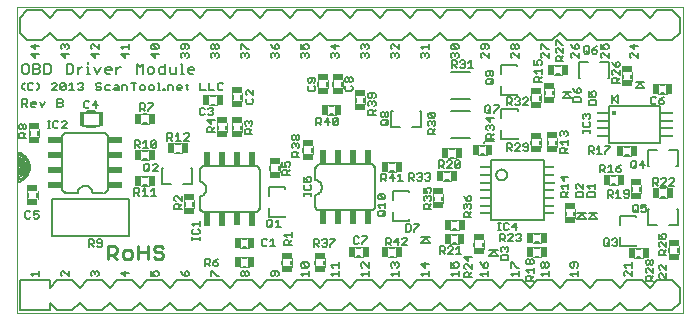
<source format=gbr>
G75*
%MOIN*%
%OFA0B0*%
%FSLAX24Y24*%
%IPPOS*%
%LPD*%
%AMOC8*
5,1,8,0,0,1.08239X$1,22.5*
%
%ADD10C,0.0000*%
%ADD11C,0.0060*%
%ADD12C,0.0080*%
%ADD13C,0.0100*%
%ADD14C,0.0050*%
%ADD15R,0.0330X0.0080*%
%ADD16C,0.0040*%
%ADD17R,0.0197X0.0374*%
%ADD18R,0.0374X0.0197*%
%ADD19R,0.0200X0.0450*%
%ADD20R,0.0450X0.0200*%
%ADD21R,0.0157X0.0496*%
%ADD22C,0.0059*%
%ADD23C,0.0160*%
%ADD24R,0.0394X0.0098*%
D10*
X000166Y000100D02*
X000166Y010300D01*
X022366Y010300D01*
X022366Y000100D01*
X000166Y000100D01*
D11*
X000723Y001330D02*
X000636Y001417D01*
X000896Y001417D01*
X000896Y001503D02*
X000896Y001330D01*
X001636Y001373D02*
X001679Y001330D01*
X001636Y001373D02*
X001636Y001460D01*
X001679Y001503D01*
X001723Y001503D01*
X001896Y001330D01*
X001896Y001503D01*
X002636Y001460D02*
X002636Y001373D01*
X002679Y001330D01*
X002766Y001417D02*
X002766Y001460D01*
X002809Y001503D01*
X002853Y001503D01*
X002896Y001460D01*
X002896Y001373D01*
X002853Y001330D01*
X002766Y001460D02*
X002723Y001503D01*
X002679Y001503D01*
X002636Y001460D01*
X003636Y001460D02*
X003766Y001330D01*
X003766Y001503D01*
X003896Y001460D02*
X003636Y001460D01*
X004636Y001503D02*
X004636Y001330D01*
X004766Y001330D01*
X004723Y001417D01*
X004723Y001460D01*
X004766Y001503D01*
X004853Y001503D01*
X004896Y001460D01*
X004896Y001373D01*
X004853Y001330D01*
X005636Y001503D02*
X005679Y001417D01*
X005766Y001330D01*
X005766Y001460D01*
X005809Y001503D01*
X005853Y001503D01*
X005896Y001460D01*
X005896Y001373D01*
X005853Y001330D01*
X005766Y001330D01*
X006636Y001330D02*
X006636Y001503D01*
X006679Y001503D01*
X006853Y001330D01*
X006896Y001330D01*
X007636Y001373D02*
X007636Y001460D01*
X007679Y001503D01*
X007723Y001503D01*
X007766Y001460D01*
X007766Y001373D01*
X007723Y001330D01*
X007679Y001330D01*
X007636Y001373D01*
X007766Y001373D02*
X007809Y001330D01*
X007853Y001330D01*
X007896Y001373D01*
X007896Y001460D01*
X007853Y001503D01*
X007809Y001503D01*
X007766Y001460D01*
X007706Y001660D02*
X007826Y001660D01*
X007826Y001940D02*
X007706Y001940D01*
X007706Y002310D02*
X007826Y002310D01*
X007826Y002590D02*
X007706Y002590D01*
X009026Y001860D02*
X009026Y001740D01*
X009306Y001740D02*
X009306Y001860D01*
X009636Y001755D02*
X009679Y001798D01*
X009853Y001625D01*
X009896Y001668D01*
X009896Y001755D01*
X009853Y001798D01*
X009679Y001798D01*
X009636Y001755D02*
X009636Y001668D01*
X009679Y001625D01*
X009853Y001625D01*
X009896Y001503D02*
X009896Y001330D01*
X009896Y001417D02*
X009636Y001417D01*
X009723Y001330D01*
X010126Y001730D02*
X010126Y001850D01*
X010406Y001850D02*
X010406Y001730D01*
X010636Y001711D02*
X010723Y001625D01*
X010636Y001711D02*
X010896Y001711D01*
X010896Y001625D02*
X010896Y001798D01*
X011506Y002010D02*
X011626Y002010D01*
X011679Y001798D02*
X011636Y001755D01*
X011636Y001668D01*
X011679Y001625D01*
X011723Y001798D02*
X011896Y001625D01*
X011896Y001798D01*
X011723Y001798D02*
X011679Y001798D01*
X011896Y001503D02*
X011896Y001330D01*
X011896Y001417D02*
X011636Y001417D01*
X011723Y001330D01*
X010896Y001330D02*
X010896Y001503D01*
X010896Y001417D02*
X010636Y001417D01*
X010723Y001330D01*
X008896Y001373D02*
X008853Y001330D01*
X008896Y001373D02*
X008896Y001460D01*
X008853Y001503D01*
X008679Y001503D01*
X008636Y001460D01*
X008636Y001373D01*
X008679Y001330D01*
X008723Y001330D01*
X008766Y001373D01*
X008766Y001503D01*
X011506Y002290D02*
X011626Y002290D01*
X012616Y002270D02*
X012736Y002270D01*
X012736Y001990D02*
X012616Y001990D01*
X012679Y001798D02*
X012723Y001798D01*
X012766Y001755D01*
X012809Y001798D01*
X012853Y001798D01*
X012896Y001755D01*
X012896Y001668D01*
X012853Y001625D01*
X012766Y001711D02*
X012766Y001755D01*
X012679Y001798D02*
X012636Y001755D01*
X012636Y001668D01*
X012679Y001625D01*
X012896Y001503D02*
X012896Y001330D01*
X012896Y001417D02*
X012636Y001417D01*
X012723Y001330D01*
X013636Y001417D02*
X013723Y001330D01*
X013636Y001417D02*
X013896Y001417D01*
X013896Y001503D02*
X013896Y001330D01*
X013766Y001625D02*
X013766Y001798D01*
X013896Y001755D02*
X013636Y001755D01*
X013766Y001625D01*
X014636Y001625D02*
X014766Y001625D01*
X014723Y001711D01*
X014723Y001755D01*
X014766Y001798D01*
X014853Y001798D01*
X014896Y001755D01*
X014896Y001668D01*
X014853Y001625D01*
X014896Y001503D02*
X014896Y001330D01*
X014896Y001417D02*
X014636Y001417D01*
X014723Y001330D01*
X014636Y001625D02*
X014636Y001798D01*
X015426Y002340D02*
X015426Y002460D01*
X015706Y002460D02*
X015706Y002340D01*
X014826Y002440D02*
X014706Y002440D01*
X014706Y002720D02*
X014826Y002720D01*
X014826Y002910D02*
X014706Y002910D01*
X014706Y003190D02*
X014826Y003190D01*
X014346Y003870D02*
X014346Y003990D01*
X014066Y003990D02*
X014066Y003870D01*
X014446Y004530D02*
X014566Y004530D01*
X014566Y004810D02*
X014446Y004810D01*
X014616Y005290D02*
X014736Y005290D01*
X014736Y005570D02*
X014616Y005570D01*
X015636Y005690D02*
X015756Y005690D01*
X015756Y005410D02*
X015636Y005410D01*
X016147Y004717D02*
X016149Y004743D01*
X016155Y004769D01*
X016164Y004793D01*
X016177Y004816D01*
X016193Y004837D01*
X016212Y004855D01*
X016233Y004871D01*
X016257Y004883D01*
X016281Y004891D01*
X016307Y004896D01*
X016334Y004897D01*
X016360Y004894D01*
X016385Y004887D01*
X016409Y004877D01*
X016432Y004863D01*
X016452Y004847D01*
X016469Y004827D01*
X016484Y004805D01*
X016495Y004781D01*
X016503Y004756D01*
X016507Y004730D01*
X016507Y004704D01*
X016503Y004678D01*
X016495Y004653D01*
X016484Y004629D01*
X016469Y004607D01*
X016452Y004587D01*
X016432Y004571D01*
X016409Y004557D01*
X016385Y004547D01*
X016360Y004540D01*
X016334Y004537D01*
X016307Y004538D01*
X016281Y004543D01*
X016257Y004551D01*
X016233Y004563D01*
X016212Y004579D01*
X016193Y004597D01*
X016177Y004618D01*
X016164Y004641D01*
X016155Y004665D01*
X016149Y004691D01*
X016147Y004717D01*
X017326Y005740D02*
X017326Y005860D01*
X017606Y005860D02*
X017606Y005740D01*
X017876Y005740D02*
X017876Y005860D01*
X018156Y005860D02*
X018156Y005740D01*
X020006Y004690D02*
X020126Y004690D01*
X020126Y004410D02*
X020006Y004410D01*
X020676Y004310D02*
X020676Y004190D01*
X020956Y004190D02*
X020956Y004310D01*
X021656Y004270D02*
X021776Y004270D01*
X021776Y003990D02*
X021656Y003990D01*
X018756Y003490D02*
X018756Y003370D01*
X018476Y003370D02*
X018476Y003490D01*
X017576Y002760D02*
X017456Y002760D01*
X017456Y002480D02*
X017576Y002480D01*
X017576Y002270D02*
X017456Y002270D01*
X017456Y001990D02*
X017576Y001990D01*
X017679Y001798D02*
X017723Y001798D01*
X017766Y001755D01*
X017766Y001668D01*
X017723Y001625D01*
X017679Y001625D01*
X017636Y001668D01*
X017636Y001755D01*
X017679Y001798D01*
X017766Y001755D02*
X017809Y001798D01*
X017853Y001798D01*
X017896Y001755D01*
X017896Y001668D01*
X017853Y001625D01*
X017809Y001625D01*
X017766Y001668D01*
X017896Y001503D02*
X017896Y001330D01*
X017896Y001417D02*
X017636Y001417D01*
X017723Y001330D01*
X016896Y001330D02*
X016896Y001503D01*
X016896Y001417D02*
X016636Y001417D01*
X016723Y001330D01*
X016636Y001625D02*
X016636Y001798D01*
X016679Y001798D01*
X016853Y001625D01*
X016896Y001625D01*
X015886Y001668D02*
X015843Y001625D01*
X015756Y001625D01*
X015756Y001755D01*
X015799Y001798D01*
X015843Y001798D01*
X015886Y001755D01*
X015886Y001668D01*
X015756Y001625D02*
X015669Y001711D01*
X015626Y001798D01*
X015886Y001503D02*
X015886Y001330D01*
X015886Y001417D02*
X015626Y001417D01*
X015713Y001330D01*
X018626Y001417D02*
X018713Y001330D01*
X018626Y001417D02*
X018886Y001417D01*
X018886Y001503D02*
X018886Y001330D01*
X018843Y001625D02*
X018886Y001668D01*
X018886Y001755D01*
X018843Y001798D01*
X018669Y001798D01*
X018626Y001755D01*
X018626Y001668D01*
X018669Y001625D01*
X018713Y001625D01*
X018756Y001668D01*
X018756Y001798D01*
X020406Y001711D02*
X020493Y001625D01*
X020493Y001503D02*
X020449Y001503D01*
X020406Y001460D01*
X020406Y001373D01*
X020449Y001330D01*
X020493Y001503D02*
X020666Y001330D01*
X020666Y001503D01*
X020666Y001625D02*
X020666Y001798D01*
X020666Y001711D02*
X020406Y001711D01*
X020836Y001970D02*
X020956Y001970D01*
X020956Y002250D02*
X020836Y002250D01*
X021566Y001685D02*
X021566Y001598D01*
X021609Y001555D01*
X021609Y001433D02*
X021566Y001390D01*
X021566Y001303D01*
X021609Y001260D01*
X021609Y001433D02*
X021653Y001433D01*
X021826Y001260D01*
X021826Y001433D01*
X021826Y001555D02*
X021653Y001728D01*
X021609Y001728D01*
X021566Y001685D01*
X021826Y001728D02*
X021826Y001555D01*
X021926Y002150D02*
X021926Y002270D01*
X022206Y002270D02*
X022206Y002150D01*
X020576Y005370D02*
X020456Y005370D01*
X020456Y005650D02*
X020576Y005650D01*
X017606Y007220D02*
X017606Y007340D01*
X017776Y007400D02*
X017776Y007520D01*
X018056Y007520D02*
X018056Y007400D01*
X017326Y007340D02*
X017326Y007220D01*
X018156Y008080D02*
X018276Y008080D01*
X018276Y008360D02*
X018156Y008360D01*
X017896Y008601D02*
X017723Y008774D01*
X017679Y008774D01*
X017636Y008731D01*
X017636Y008644D01*
X017679Y008601D01*
X017896Y008601D02*
X017896Y008774D01*
X017896Y008895D02*
X017853Y008895D01*
X017679Y009069D01*
X017636Y009069D01*
X017636Y008895D01*
X016896Y008939D02*
X016853Y008895D01*
X016809Y008895D01*
X016766Y008939D01*
X016766Y009025D01*
X016809Y009069D01*
X016853Y009069D01*
X016896Y009025D01*
X016896Y008939D01*
X016766Y008939D02*
X016723Y008895D01*
X016679Y008895D01*
X016636Y008939D01*
X016636Y009025D01*
X016679Y009069D01*
X016723Y009069D01*
X016766Y009025D01*
X016723Y008774D02*
X016679Y008774D01*
X016636Y008731D01*
X016636Y008644D01*
X016679Y008601D01*
X016723Y008774D02*
X016896Y008601D01*
X016896Y008774D01*
X015896Y008774D02*
X015896Y008601D01*
X015723Y008774D01*
X015679Y008774D01*
X015636Y008731D01*
X015636Y008644D01*
X015679Y008601D01*
X015679Y008895D02*
X015723Y008895D01*
X015766Y008939D01*
X015766Y009069D01*
X015853Y009069D02*
X015679Y009069D01*
X015636Y009025D01*
X015636Y008939D01*
X015679Y008895D01*
X015853Y008895D02*
X015896Y008939D01*
X015896Y009025D01*
X015853Y009069D01*
X014896Y009025D02*
X014896Y008939D01*
X014853Y008895D01*
X014679Y009069D01*
X014853Y009069D01*
X014896Y009025D01*
X014853Y008895D02*
X014679Y008895D01*
X014636Y008939D01*
X014636Y009025D01*
X014679Y009069D01*
X014679Y008774D02*
X014723Y008774D01*
X014766Y008731D01*
X014809Y008774D01*
X014853Y008774D01*
X014896Y008731D01*
X014896Y008644D01*
X014853Y008601D01*
X014766Y008687D02*
X014766Y008731D01*
X014679Y008774D02*
X014636Y008731D01*
X014636Y008644D01*
X014679Y008601D01*
X013896Y008644D02*
X013853Y008601D01*
X013896Y008644D02*
X013896Y008731D01*
X013853Y008774D01*
X013809Y008774D01*
X013766Y008731D01*
X013766Y008687D01*
X013766Y008731D02*
X013723Y008774D01*
X013679Y008774D01*
X013636Y008731D01*
X013636Y008644D01*
X013679Y008601D01*
X013723Y008895D02*
X013636Y008982D01*
X013896Y008982D01*
X013896Y008895D02*
X013896Y009069D01*
X012896Y009069D02*
X012896Y008895D01*
X012723Y009069D01*
X012679Y009069D01*
X012636Y009025D01*
X012636Y008939D01*
X012679Y008895D01*
X012679Y008774D02*
X012723Y008774D01*
X012766Y008731D01*
X012809Y008774D01*
X012853Y008774D01*
X012896Y008731D01*
X012896Y008644D01*
X012853Y008601D01*
X012766Y008687D02*
X012766Y008731D01*
X012679Y008774D02*
X012636Y008731D01*
X012636Y008644D01*
X012679Y008601D01*
X011896Y008644D02*
X011853Y008601D01*
X011896Y008644D02*
X011896Y008731D01*
X011853Y008774D01*
X011809Y008774D01*
X011766Y008731D01*
X011766Y008687D01*
X011766Y008731D02*
X011723Y008774D01*
X011679Y008774D01*
X011636Y008731D01*
X011636Y008644D01*
X011679Y008601D01*
X011679Y008895D02*
X011636Y008939D01*
X011636Y009025D01*
X011679Y009069D01*
X011723Y009069D01*
X011766Y009025D01*
X011809Y009069D01*
X011853Y009069D01*
X011896Y009025D01*
X011896Y008939D01*
X011853Y008895D01*
X011766Y008982D02*
X011766Y009025D01*
X010896Y009025D02*
X010636Y009025D01*
X010766Y008895D01*
X010766Y009069D01*
X010809Y008774D02*
X010853Y008774D01*
X010896Y008731D01*
X010896Y008644D01*
X010853Y008601D01*
X010766Y008687D02*
X010766Y008731D01*
X010809Y008774D01*
X010766Y008731D02*
X010723Y008774D01*
X010679Y008774D01*
X010636Y008731D01*
X010636Y008644D01*
X010679Y008601D01*
X009896Y008644D02*
X009853Y008601D01*
X009896Y008644D02*
X009896Y008731D01*
X009853Y008774D01*
X009809Y008774D01*
X009766Y008731D01*
X009766Y008687D01*
X009766Y008731D02*
X009723Y008774D01*
X009679Y008774D01*
X009636Y008731D01*
X009636Y008644D01*
X009679Y008601D01*
X009636Y008895D02*
X009766Y008895D01*
X009723Y008982D01*
X009723Y009025D01*
X009766Y009069D01*
X009853Y009069D01*
X009896Y009025D01*
X009896Y008939D01*
X009853Y008895D01*
X009636Y008895D02*
X009636Y009069D01*
X008896Y009025D02*
X008896Y008939D01*
X008853Y008895D01*
X008766Y008895D01*
X008766Y009025D01*
X008809Y009069D01*
X008853Y009069D01*
X008896Y009025D01*
X008766Y008895D02*
X008679Y008982D01*
X008636Y009069D01*
X008679Y008774D02*
X008723Y008774D01*
X008766Y008731D01*
X008809Y008774D01*
X008853Y008774D01*
X008896Y008731D01*
X008896Y008644D01*
X008853Y008601D01*
X008766Y008687D02*
X008766Y008731D01*
X008679Y008774D02*
X008636Y008731D01*
X008636Y008644D01*
X008679Y008601D01*
X007896Y008644D02*
X007853Y008601D01*
X007896Y008644D02*
X007896Y008731D01*
X007853Y008774D01*
X007809Y008774D01*
X007766Y008731D01*
X007766Y008687D01*
X007766Y008731D02*
X007723Y008774D01*
X007679Y008774D01*
X007636Y008731D01*
X007636Y008644D01*
X007679Y008601D01*
X007636Y008895D02*
X007636Y009069D01*
X007679Y009069D01*
X007853Y008895D01*
X007896Y008895D01*
X006896Y008939D02*
X006853Y008895D01*
X006809Y008895D01*
X006766Y008939D01*
X006766Y009025D01*
X006809Y009069D01*
X006853Y009069D01*
X006896Y009025D01*
X006896Y008939D01*
X006766Y008939D02*
X006723Y008895D01*
X006679Y008895D01*
X006636Y008939D01*
X006636Y009025D01*
X006679Y009069D01*
X006723Y009069D01*
X006766Y009025D01*
X006809Y008774D02*
X006853Y008774D01*
X006896Y008731D01*
X006896Y008644D01*
X006853Y008601D01*
X006766Y008687D02*
X006766Y008731D01*
X006809Y008774D01*
X006766Y008731D02*
X006723Y008774D01*
X006679Y008774D01*
X006636Y008731D01*
X006636Y008644D01*
X006679Y008601D01*
X005896Y008644D02*
X005853Y008601D01*
X005896Y008644D02*
X005896Y008731D01*
X005853Y008774D01*
X005809Y008774D01*
X005766Y008731D01*
X005766Y008687D01*
X005766Y008731D02*
X005723Y008774D01*
X005679Y008774D01*
X005636Y008731D01*
X005636Y008644D01*
X005679Y008601D01*
X005679Y008895D02*
X005636Y008939D01*
X005636Y009025D01*
X005679Y009069D01*
X005853Y009069D01*
X005896Y009025D01*
X005896Y008939D01*
X005853Y008895D01*
X005766Y008939D02*
X005766Y009069D01*
X005766Y008939D02*
X005723Y008895D01*
X005679Y008895D01*
X004896Y008939D02*
X004853Y008895D01*
X004679Y009069D01*
X004853Y009069D01*
X004896Y009025D01*
X004896Y008939D01*
X004853Y008895D02*
X004679Y008895D01*
X004636Y008939D01*
X004636Y009025D01*
X004679Y009069D01*
X004766Y008774D02*
X004766Y008601D01*
X004636Y008731D01*
X004896Y008731D01*
X003896Y008731D02*
X003636Y008731D01*
X003766Y008601D01*
X003766Y008774D01*
X003723Y008895D02*
X003636Y008982D01*
X003896Y008982D01*
X003896Y008895D02*
X003896Y009069D01*
X002896Y009069D02*
X002896Y008895D01*
X002723Y009069D01*
X002679Y009069D01*
X002636Y009025D01*
X002636Y008939D01*
X002679Y008895D01*
X002766Y008774D02*
X002766Y008601D01*
X002636Y008731D01*
X002896Y008731D01*
X001896Y008731D02*
X001636Y008731D01*
X001766Y008601D01*
X001766Y008774D01*
X001853Y008895D02*
X001896Y008939D01*
X001896Y009025D01*
X001853Y009069D01*
X001809Y009069D01*
X001766Y009025D01*
X001766Y008982D01*
X001766Y009025D02*
X001723Y009069D01*
X001679Y009069D01*
X001636Y009025D01*
X001636Y008939D01*
X001679Y008895D01*
X000896Y009025D02*
X000636Y009025D01*
X000766Y008895D01*
X000766Y009069D01*
X000766Y008774D02*
X000766Y008601D01*
X000636Y008731D01*
X000896Y008731D01*
X000837Y007790D02*
X000924Y007703D01*
X000924Y007617D01*
X000837Y007530D01*
X000716Y007573D02*
X000673Y007530D01*
X000586Y007530D01*
X000542Y007573D01*
X000542Y007747D01*
X000586Y007790D01*
X000673Y007790D01*
X000716Y007747D01*
X000433Y007790D02*
X000346Y007703D01*
X000346Y007617D01*
X000433Y007530D01*
X000476Y007240D02*
X000346Y007240D01*
X000346Y006980D01*
X000346Y007067D02*
X000476Y007067D01*
X000519Y007110D01*
X000519Y007197D01*
X000476Y007240D01*
X000641Y007110D02*
X000684Y007153D01*
X000771Y007153D01*
X000814Y007110D01*
X000814Y007067D01*
X000641Y007067D01*
X000641Y007110D02*
X000641Y007023D01*
X000684Y006980D01*
X000771Y006980D01*
X000935Y007153D02*
X001022Y006980D01*
X001109Y007153D01*
X001525Y007110D02*
X001655Y007110D01*
X001698Y007067D01*
X001698Y007023D01*
X001655Y006980D01*
X001525Y006980D01*
X001525Y007240D01*
X001655Y007240D01*
X001698Y007197D01*
X001698Y007153D01*
X001655Y007110D01*
X001666Y007530D02*
X001623Y007573D01*
X001796Y007747D01*
X001796Y007573D01*
X001753Y007530D01*
X001666Y007530D01*
X001623Y007573D02*
X001623Y007747D01*
X001666Y007790D01*
X001753Y007790D01*
X001796Y007747D01*
X001917Y007703D02*
X002004Y007790D01*
X002004Y007530D01*
X001917Y007530D02*
X002091Y007530D01*
X002212Y007573D02*
X002255Y007530D01*
X002342Y007530D01*
X002386Y007573D01*
X002386Y007617D01*
X002342Y007660D01*
X002299Y007660D01*
X002342Y007660D02*
X002386Y007703D01*
X002386Y007747D01*
X002342Y007790D01*
X002255Y007790D01*
X002212Y007747D01*
X002801Y007747D02*
X002801Y007703D01*
X002845Y007660D01*
X002932Y007660D01*
X002975Y007617D01*
X002975Y007573D01*
X002932Y007530D01*
X002845Y007530D01*
X002801Y007573D01*
X003096Y007573D02*
X003096Y007660D01*
X003139Y007703D01*
X003270Y007703D01*
X003434Y007703D02*
X003521Y007703D01*
X003564Y007660D01*
X003564Y007530D01*
X003434Y007530D01*
X003391Y007573D01*
X003434Y007617D01*
X003564Y007617D01*
X003685Y007703D02*
X003685Y007530D01*
X003859Y007530D02*
X003859Y007660D01*
X003815Y007703D01*
X003685Y007703D01*
X003980Y007790D02*
X004154Y007790D01*
X004067Y007790D02*
X004067Y007530D01*
X004275Y007573D02*
X004318Y007530D01*
X004405Y007530D01*
X004448Y007573D01*
X004448Y007660D01*
X004405Y007703D01*
X004318Y007703D01*
X004275Y007660D01*
X004275Y007573D01*
X004569Y007573D02*
X004613Y007530D01*
X004699Y007530D01*
X004743Y007573D01*
X004743Y007660D01*
X004699Y007703D01*
X004613Y007703D01*
X004569Y007660D01*
X004569Y007573D01*
X004864Y007530D02*
X004951Y007530D01*
X004907Y007530D02*
X004907Y007790D01*
X004864Y007790D01*
X005060Y007573D02*
X005104Y007573D01*
X005104Y007530D01*
X005060Y007530D01*
X005060Y007573D01*
X005208Y007530D02*
X005208Y007703D01*
X005338Y007703D01*
X005381Y007660D01*
X005381Y007530D01*
X005502Y007573D02*
X005502Y007660D01*
X005546Y007703D01*
X005633Y007703D01*
X005676Y007660D01*
X005676Y007617D01*
X005502Y007617D01*
X005502Y007573D02*
X005546Y007530D01*
X005633Y007530D01*
X005840Y007573D02*
X005884Y007530D01*
X005840Y007573D02*
X005840Y007747D01*
X005797Y007703D02*
X005884Y007703D01*
X006288Y007790D02*
X006288Y007530D01*
X006462Y007530D01*
X006583Y007530D02*
X006756Y007530D01*
X006877Y007573D02*
X006921Y007530D01*
X007008Y007530D01*
X007051Y007573D01*
X006877Y007573D02*
X006877Y007747D01*
X006921Y007790D01*
X007008Y007790D01*
X007051Y007747D01*
X006583Y007790D02*
X006583Y007530D01*
X006656Y007340D02*
X006776Y007340D01*
X007376Y007380D02*
X007376Y007260D01*
X007656Y007260D02*
X007656Y007380D01*
X006776Y007060D02*
X006656Y007060D01*
X006876Y006360D02*
X006876Y006240D01*
X007156Y006240D02*
X007156Y006360D01*
X007376Y006360D02*
X007376Y006240D01*
X007656Y006240D02*
X007656Y006360D01*
X005596Y005740D02*
X005476Y005740D01*
X005476Y005460D02*
X005596Y005460D01*
X004506Y005510D02*
X004386Y005510D01*
X004386Y005230D02*
X004506Y005230D01*
X004506Y004660D02*
X004386Y004660D01*
X004386Y004380D02*
X004506Y004380D01*
X003896Y003926D02*
X003573Y003926D01*
X003569Y003926D02*
X001663Y003926D01*
X001336Y003926D01*
X001336Y002670D01*
X001663Y002670D01*
X003569Y002670D01*
X003573Y002670D02*
X003896Y002670D01*
X003896Y003926D01*
X005776Y003810D02*
X005776Y003690D01*
X006056Y003690D02*
X006056Y003810D01*
X008626Y004890D02*
X008626Y005010D01*
X008906Y005010D02*
X008906Y004890D01*
X009726Y005490D02*
X009726Y005610D01*
X010006Y005610D02*
X010006Y005490D01*
X012616Y005120D02*
X012736Y005120D01*
X012736Y004840D02*
X012616Y004840D01*
X010726Y006730D02*
X010606Y006730D01*
X010606Y007010D02*
X010726Y007010D01*
X011476Y007160D02*
X011476Y007280D01*
X011756Y007280D02*
X011756Y007160D01*
X011006Y007690D02*
X011006Y007810D01*
X010726Y007810D02*
X010726Y007690D01*
X010506Y007690D02*
X010506Y007810D01*
X010226Y007810D02*
X010226Y007690D01*
X004496Y006730D02*
X004376Y006730D01*
X004376Y006450D02*
X004496Y006450D01*
X003270Y007530D02*
X003139Y007530D01*
X003096Y007573D01*
X002975Y007747D02*
X002932Y007790D01*
X002845Y007790D01*
X002801Y007747D01*
X001502Y007747D02*
X001458Y007790D01*
X001372Y007790D01*
X001328Y007747D01*
X001502Y007747D02*
X001502Y007703D01*
X001328Y007530D01*
X001502Y007530D01*
X000519Y006980D02*
X000433Y007067D01*
X000606Y006180D02*
X000606Y006060D01*
X000886Y006060D02*
X000886Y006180D01*
X000836Y004100D02*
X000836Y003980D01*
X000556Y003980D02*
X000556Y004100D01*
X018636Y008644D02*
X018679Y008601D01*
X018636Y008644D02*
X018636Y008731D01*
X018679Y008774D01*
X018723Y008774D01*
X018896Y008601D01*
X018896Y008774D01*
X018853Y008895D02*
X018896Y008939D01*
X018896Y009025D01*
X018853Y009069D01*
X018809Y009069D01*
X018766Y009025D01*
X018766Y008895D01*
X018853Y008895D01*
X018766Y008895D02*
X018679Y008982D01*
X018636Y009069D01*
X019636Y009069D02*
X019636Y008895D01*
X019766Y008895D01*
X019723Y008982D01*
X019723Y009025D01*
X019766Y009069D01*
X019853Y009069D01*
X019896Y009025D01*
X019896Y008939D01*
X019853Y008895D01*
X019896Y008774D02*
X019896Y008601D01*
X019723Y008774D01*
X019679Y008774D01*
X019636Y008731D01*
X019636Y008644D01*
X019679Y008601D01*
X020606Y008644D02*
X020649Y008601D01*
X020606Y008644D02*
X020606Y008731D01*
X020649Y008774D01*
X020693Y008774D01*
X020866Y008601D01*
X020866Y008774D01*
X020736Y008895D02*
X020736Y009069D01*
X020866Y009025D02*
X020606Y009025D01*
X020736Y008895D01*
X020656Y008060D02*
X020656Y007940D01*
X020376Y007940D02*
X020376Y008060D01*
X021636Y007710D02*
X021756Y007710D01*
X021756Y007430D02*
X021636Y007430D01*
D12*
X012116Y004920D02*
X012116Y003680D01*
X012115Y003659D01*
X012111Y003639D01*
X012104Y003620D01*
X012093Y003603D01*
X012079Y003587D01*
X011966Y003530D02*
X010266Y003530D01*
X010243Y003532D01*
X010220Y003537D01*
X010198Y003546D01*
X010178Y003559D01*
X010160Y003574D01*
X010145Y003592D01*
X010132Y003612D01*
X010123Y003634D01*
X010118Y003657D01*
X010116Y003680D01*
X010116Y003705D02*
X010116Y004050D01*
X010146Y004055D01*
X010176Y004064D01*
X010204Y004076D01*
X010231Y004091D01*
X010255Y004110D01*
X010277Y004132D01*
X010296Y004156D01*
X010312Y004182D01*
X010325Y004210D01*
X010334Y004239D01*
X010340Y004269D01*
X010342Y004300D01*
X010340Y004331D01*
X010334Y004361D01*
X010325Y004390D01*
X010312Y004418D01*
X010296Y004444D01*
X010277Y004468D01*
X010255Y004490D01*
X010231Y004509D01*
X010204Y004524D01*
X010176Y004536D01*
X010146Y004545D01*
X010116Y004550D01*
X010116Y004895D01*
X010116Y004840D01*
X010116Y004895D02*
X010115Y004915D01*
X010117Y004936D01*
X010122Y004956D01*
X010130Y004975D01*
X010140Y004992D01*
X010153Y005008D01*
X010136Y004945D02*
X010140Y004966D01*
X010146Y004986D01*
X010156Y005005D01*
X010168Y005022D01*
X010183Y005037D01*
X010200Y005050D01*
X010219Y005059D01*
X010239Y005066D01*
X010260Y005070D01*
X010281Y005070D01*
X011966Y005070D01*
X011989Y005068D01*
X012012Y005063D01*
X012034Y005054D01*
X012054Y005041D01*
X012072Y005026D01*
X012087Y005008D01*
X012100Y004988D01*
X012109Y004966D01*
X012114Y004943D01*
X012116Y004920D01*
X012115Y004939D01*
X012110Y004957D01*
X012103Y004975D01*
X012092Y004990D01*
X012079Y005004D01*
X012116Y003680D02*
X012114Y003657D01*
X012109Y003634D01*
X012100Y003612D01*
X012087Y003592D01*
X012072Y003574D01*
X012054Y003559D01*
X012034Y003546D01*
X012012Y003537D01*
X011989Y003532D01*
X011966Y003530D01*
X010153Y003592D02*
X010140Y003607D01*
X010129Y003623D01*
X010121Y003641D01*
X010117Y003660D01*
X010116Y003680D01*
X008266Y003630D02*
X008266Y004870D01*
X008265Y004889D01*
X008260Y004907D01*
X008253Y004925D01*
X008242Y004940D01*
X008229Y004954D01*
X008116Y005020D02*
X006431Y005020D01*
X006410Y005020D01*
X006389Y005016D01*
X006369Y005009D01*
X006350Y005000D01*
X006333Y004987D01*
X006318Y004972D01*
X006306Y004955D01*
X006296Y004936D01*
X006290Y004916D01*
X006286Y004895D01*
X006266Y004845D02*
X006266Y004500D01*
X006296Y004495D01*
X006326Y004486D01*
X006354Y004474D01*
X006381Y004459D01*
X006405Y004440D01*
X006427Y004418D01*
X006446Y004394D01*
X006462Y004368D01*
X006475Y004340D01*
X006484Y004311D01*
X006490Y004281D01*
X006492Y004250D01*
X006490Y004219D01*
X006484Y004189D01*
X006475Y004160D01*
X006462Y004132D01*
X006446Y004106D01*
X006427Y004082D01*
X006405Y004060D01*
X006381Y004041D01*
X006354Y004026D01*
X006326Y004014D01*
X006296Y004005D01*
X006266Y004000D01*
X006266Y003655D01*
X006266Y003630D02*
X006267Y003610D01*
X006271Y003591D01*
X006279Y003573D01*
X006290Y003557D01*
X006303Y003542D01*
X006416Y003480D02*
X008116Y003480D01*
X008229Y003537D02*
X008243Y003553D01*
X008254Y003570D01*
X008261Y003589D01*
X008265Y003609D01*
X008266Y003630D01*
X008264Y003607D01*
X008259Y003584D01*
X008250Y003562D01*
X008237Y003542D01*
X008222Y003524D01*
X008204Y003509D01*
X008184Y003496D01*
X008162Y003487D01*
X008139Y003482D01*
X008116Y003480D01*
X006416Y003480D02*
X006393Y003482D01*
X006370Y003487D01*
X006348Y003496D01*
X006328Y003509D01*
X006310Y003524D01*
X006295Y003542D01*
X006282Y003562D01*
X006273Y003584D01*
X006268Y003607D01*
X006266Y003630D01*
X006266Y004790D02*
X006266Y004845D01*
X006265Y004865D01*
X006267Y004886D01*
X006272Y004906D01*
X006280Y004925D01*
X006290Y004942D01*
X006303Y004958D01*
X008116Y005020D02*
X008139Y005018D01*
X008162Y005013D01*
X008184Y005004D01*
X008204Y004991D01*
X008222Y004976D01*
X008237Y004958D01*
X008250Y004938D01*
X008259Y004916D01*
X008264Y004893D01*
X008266Y004870D01*
X003216Y004270D02*
X003216Y005970D01*
X003159Y006083D02*
X003143Y006097D01*
X003126Y006108D01*
X003107Y006115D01*
X003087Y006119D01*
X003066Y006120D01*
X001826Y006120D01*
X001807Y006119D01*
X001789Y006114D01*
X001771Y006107D01*
X001756Y006096D01*
X001742Y006083D01*
X001676Y005970D02*
X001676Y004285D01*
X001676Y004264D01*
X001680Y004243D01*
X001687Y004223D01*
X001696Y004204D01*
X001709Y004187D01*
X001724Y004172D01*
X001741Y004160D01*
X001760Y004150D01*
X001780Y004144D01*
X001801Y004140D01*
X001851Y004120D02*
X002196Y004120D01*
X002201Y004150D01*
X002210Y004180D01*
X002222Y004208D01*
X002237Y004235D01*
X002256Y004259D01*
X002278Y004281D01*
X002302Y004300D01*
X002328Y004316D01*
X002356Y004329D01*
X002385Y004338D01*
X002415Y004344D01*
X002446Y004346D01*
X002477Y004344D01*
X002507Y004338D01*
X002536Y004329D01*
X002564Y004316D01*
X002590Y004300D01*
X002614Y004281D01*
X002636Y004259D01*
X002655Y004235D01*
X002670Y004208D01*
X002682Y004180D01*
X002691Y004150D01*
X002696Y004120D01*
X003041Y004120D01*
X003066Y004120D02*
X003086Y004121D01*
X003105Y004125D01*
X003123Y004133D01*
X003139Y004144D01*
X003154Y004157D01*
X003066Y004120D02*
X003089Y004122D01*
X003112Y004127D01*
X003134Y004136D01*
X003154Y004149D01*
X003172Y004164D01*
X003187Y004182D01*
X003200Y004202D01*
X003209Y004224D01*
X003214Y004247D01*
X003216Y004270D01*
X001906Y004120D02*
X001851Y004120D01*
X001831Y004119D01*
X001810Y004121D01*
X001790Y004126D01*
X001771Y004134D01*
X001754Y004144D01*
X001738Y004157D01*
X000226Y004480D02*
X000226Y004560D01*
X000226Y004640D01*
X000226Y004720D01*
X000226Y004800D01*
X000226Y004880D01*
X000226Y005060D01*
X000226Y005140D01*
X000226Y005220D01*
X000226Y005300D01*
X000226Y005380D01*
X000226Y005460D01*
X000226Y005060D02*
X000243Y005053D01*
X000259Y005043D01*
X000273Y005030D01*
X000283Y005015D01*
X000291Y004998D01*
X000295Y004979D01*
X000295Y004961D01*
X000291Y004942D01*
X000283Y004925D01*
X000273Y004910D01*
X000259Y004897D01*
X000243Y004887D01*
X000226Y004880D01*
X000226Y004800D02*
X000250Y004808D01*
X000273Y004820D01*
X000294Y004835D01*
X000312Y004853D01*
X000328Y004873D01*
X000340Y004896D01*
X000350Y004919D01*
X000355Y004944D01*
X000357Y004970D01*
X000355Y004996D01*
X000350Y005021D01*
X000340Y005044D01*
X000328Y005067D01*
X000312Y005087D01*
X000294Y005105D01*
X000273Y005120D01*
X000250Y005132D01*
X000226Y005140D01*
X000226Y005220D02*
X000256Y005211D01*
X000284Y005198D01*
X000310Y005181D01*
X000334Y005162D01*
X000356Y005140D01*
X000374Y005115D01*
X000390Y005089D01*
X000403Y005061D01*
X000412Y005031D01*
X000417Y005001D01*
X000419Y004970D01*
X000417Y004939D01*
X000412Y004909D01*
X000403Y004879D01*
X000390Y004851D01*
X000374Y004825D01*
X000356Y004800D01*
X000334Y004778D01*
X000310Y004759D01*
X000284Y004742D01*
X000256Y004729D01*
X000226Y004720D01*
X000225Y004640D02*
X000259Y004651D01*
X000292Y004666D01*
X000323Y004684D01*
X000352Y004705D01*
X000379Y004729D01*
X000403Y004755D01*
X000424Y004784D01*
X000442Y004815D01*
X000456Y004848D01*
X000467Y004882D01*
X000475Y004917D01*
X000479Y004952D01*
X000479Y004988D01*
X000475Y005023D01*
X000467Y005058D01*
X000456Y005092D01*
X000442Y005125D01*
X000424Y005156D01*
X000403Y005185D01*
X000379Y005211D01*
X000352Y005235D01*
X000323Y005256D01*
X000292Y005274D01*
X000259Y005289D01*
X000225Y005300D01*
X000226Y005380D02*
X000264Y005368D01*
X000300Y005352D01*
X000335Y005334D01*
X000368Y005312D01*
X000399Y005287D01*
X000427Y005259D01*
X000453Y005229D01*
X000476Y005196D01*
X000495Y005161D01*
X000512Y005125D01*
X000524Y005088D01*
X000534Y005049D01*
X000539Y005010D01*
X000541Y004970D01*
X000539Y004930D01*
X000534Y004891D01*
X000524Y004852D01*
X000512Y004815D01*
X000495Y004779D01*
X000476Y004744D01*
X000453Y004711D01*
X000427Y004681D01*
X000399Y004653D01*
X000368Y004628D01*
X000335Y004606D01*
X000300Y004588D01*
X000264Y004572D01*
X000226Y004560D01*
X000226Y004480D02*
X000268Y004493D01*
X000309Y004510D01*
X000349Y004530D01*
X000386Y004554D01*
X000421Y004581D01*
X000454Y004611D01*
X000484Y004644D01*
X000511Y004679D01*
X000535Y004716D01*
X000555Y004755D01*
X000572Y004796D01*
X000586Y004839D01*
X000595Y004882D01*
X000601Y004926D01*
X000603Y004970D01*
X000601Y005014D01*
X000595Y005058D01*
X000586Y005101D01*
X000572Y005144D01*
X000555Y005185D01*
X000535Y005224D01*
X000511Y005261D01*
X000484Y005296D01*
X000454Y005329D01*
X000421Y005359D01*
X000386Y005386D01*
X000349Y005410D01*
X000309Y005430D01*
X000268Y005447D01*
X000226Y005460D01*
X001676Y005970D02*
X001678Y005993D01*
X001683Y006016D01*
X001692Y006038D01*
X001705Y006058D01*
X001720Y006076D01*
X001738Y006091D01*
X001758Y006104D01*
X001780Y006113D01*
X001803Y006118D01*
X001826Y006120D01*
X003066Y006120D02*
X003089Y006118D01*
X003112Y006113D01*
X003134Y006104D01*
X003154Y006091D01*
X003172Y006076D01*
X003187Y006058D01*
X003200Y006038D01*
X003209Y006016D01*
X003214Y005993D01*
X003216Y005970D01*
X003172Y008090D02*
X003118Y008143D01*
X003118Y008250D01*
X003172Y008304D01*
X003278Y008304D01*
X003332Y008250D01*
X003332Y008197D01*
X003118Y008197D01*
X003172Y008090D02*
X003278Y008090D01*
X003487Y008090D02*
X003487Y008304D01*
X003593Y008304D02*
X003647Y008304D01*
X003593Y008304D02*
X003487Y008197D01*
X002964Y008304D02*
X002857Y008090D01*
X002750Y008304D01*
X002558Y008304D02*
X002558Y008090D01*
X002611Y008090D02*
X002504Y008090D01*
X002504Y008304D02*
X002558Y008304D01*
X002558Y008410D02*
X002558Y008464D01*
X002358Y008304D02*
X002304Y008304D01*
X002198Y008197D01*
X002198Y008090D02*
X002198Y008304D01*
X002043Y008357D02*
X001989Y008410D01*
X001829Y008410D01*
X001829Y008090D01*
X001989Y008090D01*
X002043Y008143D01*
X002043Y008357D01*
X001306Y008357D02*
X001306Y008143D01*
X001253Y008090D01*
X001093Y008090D01*
X001093Y008410D01*
X001253Y008410D01*
X001306Y008357D01*
X000938Y008357D02*
X000938Y008304D01*
X000884Y008250D01*
X000724Y008250D01*
X000724Y008090D02*
X000724Y008410D01*
X000884Y008410D01*
X000938Y008357D01*
X000884Y008250D02*
X000938Y008197D01*
X000938Y008143D01*
X000884Y008090D01*
X000724Y008090D01*
X000570Y008143D02*
X000570Y008357D01*
X000516Y008410D01*
X000409Y008410D01*
X000356Y008357D01*
X000356Y008143D01*
X000409Y008090D01*
X000516Y008090D01*
X000570Y008143D01*
X004162Y008090D02*
X004162Y008410D01*
X004269Y008304D01*
X004375Y008410D01*
X004375Y008090D01*
X004530Y008143D02*
X004584Y008090D01*
X004690Y008090D01*
X004744Y008143D01*
X004744Y008250D01*
X004690Y008304D01*
X004584Y008304D01*
X004530Y008250D01*
X004530Y008143D01*
X004899Y008143D02*
X004952Y008090D01*
X005112Y008090D01*
X005112Y008410D01*
X005112Y008304D02*
X004952Y008304D01*
X004899Y008250D01*
X004899Y008143D01*
X005267Y008143D02*
X005320Y008090D01*
X005480Y008090D01*
X005480Y008304D01*
X005635Y008410D02*
X005689Y008410D01*
X005689Y008090D01*
X005742Y008090D02*
X005635Y008090D01*
X005267Y008143D02*
X005267Y008304D01*
X005881Y008250D02*
X005881Y008143D01*
X005934Y008090D01*
X006041Y008090D01*
X006094Y008197D02*
X005881Y008197D01*
X005881Y008250D02*
X005934Y008304D01*
X006041Y008304D01*
X006094Y008250D01*
X006094Y008197D01*
D13*
X004973Y002360D02*
X004820Y002360D01*
X004743Y002284D01*
X004743Y002207D01*
X004820Y002130D01*
X004973Y002130D01*
X005050Y002053D01*
X005050Y001977D01*
X004973Y001900D01*
X004820Y001900D01*
X004743Y001977D01*
X004534Y001900D02*
X004534Y002360D01*
X004534Y002130D02*
X004227Y002130D01*
X004019Y002130D02*
X004019Y001977D01*
X003942Y001900D01*
X003788Y001900D01*
X003712Y001977D01*
X003712Y002130D01*
X003788Y002207D01*
X003942Y002207D01*
X004019Y002130D01*
X004227Y001900D02*
X004227Y002360D01*
X003503Y002284D02*
X003503Y002130D01*
X003426Y002053D01*
X003196Y002053D01*
X003196Y001900D02*
X003196Y002360D01*
X003426Y002360D01*
X003503Y002284D01*
X003349Y002053D02*
X003503Y001900D01*
X004973Y002360D02*
X005050Y002284D01*
D14*
X006011Y002548D02*
X006011Y002632D01*
X006011Y002590D02*
X006261Y002590D01*
X006261Y002548D02*
X006261Y002632D01*
X006219Y002733D02*
X006052Y002733D01*
X006011Y002774D01*
X006011Y002858D01*
X006052Y002899D01*
X006094Y003009D02*
X006011Y003092D01*
X006261Y003092D01*
X006261Y003009D02*
X006261Y003176D01*
X006219Y002899D02*
X006261Y002858D01*
X006261Y002774D01*
X006219Y002733D01*
X006449Y001925D02*
X006574Y001925D01*
X006615Y001884D01*
X006615Y001800D01*
X006574Y001758D01*
X006449Y001758D01*
X006532Y001758D02*
X006615Y001675D01*
X006725Y001717D02*
X006766Y001675D01*
X006850Y001675D01*
X006892Y001717D01*
X006892Y001758D01*
X006850Y001800D01*
X006725Y001800D01*
X006725Y001717D01*
X006725Y001800D02*
X006808Y001884D01*
X006892Y001925D01*
X006449Y001925D02*
X006449Y001675D01*
X006516Y001200D02*
X006266Y000950D01*
X006016Y001200D01*
X005516Y001200D01*
X005266Y000950D01*
X005016Y001200D01*
X004516Y001200D01*
X004266Y000950D01*
X004016Y001200D01*
X003516Y001200D01*
X003266Y000950D01*
X003016Y001200D01*
X002516Y001200D01*
X002266Y000950D01*
X002016Y001200D01*
X001516Y001200D01*
X001266Y000950D01*
X001266Y001200D01*
X000266Y001200D01*
X000266Y000200D01*
X001266Y000200D01*
X001266Y000450D01*
X001516Y000200D01*
X002016Y000200D01*
X002266Y000450D01*
X002516Y000200D01*
X003016Y000200D01*
X003266Y000450D01*
X003516Y000200D01*
X004016Y000200D01*
X004266Y000450D01*
X004516Y000200D01*
X005016Y000200D01*
X005266Y000450D01*
X005516Y000200D01*
X006016Y000200D01*
X006266Y000450D01*
X006516Y000200D01*
X007016Y000200D01*
X007266Y000450D01*
X007516Y000200D01*
X008016Y000200D01*
X008266Y000450D01*
X008516Y000200D01*
X009016Y000200D01*
X009266Y000450D01*
X009516Y000200D01*
X010016Y000200D01*
X010266Y000450D01*
X010516Y000200D01*
X011016Y000200D01*
X011266Y000450D01*
X011516Y000200D01*
X012016Y000200D01*
X012266Y000450D01*
X012516Y000200D01*
X013016Y000200D01*
X013266Y000450D01*
X013516Y000200D01*
X014016Y000200D01*
X014266Y000450D01*
X014516Y000200D01*
X015016Y000200D01*
X015266Y000450D01*
X015516Y000200D01*
X016016Y000200D01*
X016266Y000450D01*
X016516Y000200D01*
X017016Y000200D01*
X017266Y000450D01*
X017516Y000200D01*
X018016Y000200D01*
X018266Y000450D01*
X018516Y000200D01*
X019016Y000200D01*
X019266Y000450D01*
X019516Y000200D01*
X020016Y000200D01*
X020266Y000450D01*
X020516Y000200D01*
X021016Y000200D01*
X021266Y000450D01*
X021516Y000200D01*
X022016Y000200D01*
X022266Y000450D01*
X022266Y000950D01*
X022016Y001200D01*
X021516Y001200D01*
X021266Y000950D01*
X021016Y001200D01*
X020516Y001200D01*
X020266Y000950D01*
X020016Y001200D01*
X019516Y001200D01*
X019266Y000950D01*
X019016Y001200D01*
X018516Y001200D01*
X018266Y000950D01*
X018016Y001200D01*
X017516Y001200D01*
X017266Y000950D01*
X017016Y001200D01*
X016516Y001200D01*
X016266Y000950D01*
X016016Y001200D01*
X015516Y001200D01*
X015266Y000950D01*
X015016Y001200D01*
X014516Y001200D01*
X014266Y000950D01*
X014016Y001200D01*
X013516Y001200D01*
X013266Y000950D01*
X013016Y001200D01*
X012516Y001200D01*
X012266Y000950D01*
X012016Y001200D01*
X011516Y001200D01*
X011266Y000950D01*
X011016Y001200D01*
X010516Y001200D01*
X010266Y000950D01*
X010016Y001200D01*
X009516Y001200D01*
X009266Y000950D01*
X009016Y001200D01*
X008516Y001200D01*
X008266Y000950D01*
X008016Y001200D01*
X007516Y001200D01*
X007266Y000950D01*
X007016Y001200D01*
X006516Y001200D01*
X008351Y002377D02*
X008393Y002335D01*
X008476Y002335D01*
X008518Y002377D01*
X008627Y002335D02*
X008794Y002335D01*
X008711Y002335D02*
X008711Y002585D01*
X008627Y002502D01*
X008518Y002544D02*
X008476Y002585D01*
X008393Y002585D01*
X008351Y002544D01*
X008351Y002377D01*
X009081Y002365D02*
X009081Y002490D01*
X009122Y002532D01*
X009206Y002532D01*
X009248Y002490D01*
X009248Y002365D01*
X009331Y002365D02*
X009081Y002365D01*
X009248Y002448D02*
X009331Y002532D01*
X009331Y002641D02*
X009331Y002808D01*
X009331Y002725D02*
X009081Y002725D01*
X009164Y002641D01*
X008962Y002972D02*
X008795Y002972D01*
X008878Y002972D02*
X008878Y003223D01*
X008795Y003139D01*
X008685Y003181D02*
X008685Y003014D01*
X008644Y002972D01*
X008560Y002972D01*
X008519Y003014D01*
X008519Y003181D01*
X008560Y003223D01*
X008644Y003223D01*
X008685Y003181D01*
X008602Y003056D02*
X008685Y002972D01*
X008576Y003300D02*
X009116Y003300D01*
X009116Y003340D01*
X008576Y003300D02*
X008576Y003600D01*
X008576Y004000D02*
X008576Y004300D01*
X009116Y004300D01*
X009116Y004260D01*
X009741Y004251D02*
X009782Y004209D01*
X009949Y004209D01*
X009991Y004251D01*
X009991Y004334D01*
X009949Y004376D01*
X009949Y004485D02*
X009991Y004527D01*
X009991Y004610D01*
X009949Y004652D01*
X009866Y004652D01*
X009824Y004610D01*
X009824Y004569D01*
X009866Y004485D01*
X009741Y004485D01*
X009741Y004652D01*
X009782Y004376D02*
X009741Y004334D01*
X009741Y004251D01*
X009741Y004108D02*
X009741Y004025D01*
X009741Y004067D02*
X009991Y004067D01*
X009991Y004108D02*
X009991Y004025D01*
X009271Y004713D02*
X009021Y004713D01*
X009021Y004838D01*
X009062Y004879D01*
X009146Y004879D01*
X009188Y004838D01*
X009188Y004713D01*
X009188Y004796D02*
X009271Y004879D01*
X009229Y004989D02*
X009271Y005030D01*
X009271Y005114D01*
X009229Y005156D01*
X009146Y005156D01*
X009104Y005114D01*
X009104Y005072D01*
X009146Y004989D01*
X009021Y004989D01*
X009021Y005156D01*
X009341Y005325D02*
X009341Y005450D01*
X009382Y005492D01*
X009466Y005492D01*
X009508Y005450D01*
X009508Y005325D01*
X009591Y005325D02*
X009341Y005325D01*
X009508Y005408D02*
X009591Y005492D01*
X009549Y005601D02*
X009591Y005643D01*
X009591Y005726D01*
X009549Y005768D01*
X009508Y005768D01*
X009466Y005726D01*
X009466Y005685D01*
X009466Y005726D02*
X009424Y005768D01*
X009382Y005768D01*
X009341Y005726D01*
X009341Y005643D01*
X009382Y005601D01*
X009382Y005877D02*
X009424Y005877D01*
X009466Y005919D01*
X009466Y006003D01*
X009508Y006044D01*
X009549Y006044D01*
X009591Y006003D01*
X009591Y005919D01*
X009549Y005877D01*
X009508Y005877D01*
X009466Y005919D01*
X009466Y006003D02*
X009424Y006044D01*
X009382Y006044D01*
X009341Y006003D01*
X009341Y005919D01*
X009382Y005877D01*
X010152Y006365D02*
X010152Y006615D01*
X010277Y006615D01*
X010319Y006574D01*
X010319Y006490D01*
X010277Y006448D01*
X010152Y006448D01*
X010236Y006448D02*
X010319Y006365D01*
X010429Y006490D02*
X010595Y006490D01*
X010554Y006365D02*
X010554Y006615D01*
X010429Y006490D01*
X010705Y006407D02*
X010872Y006574D01*
X010872Y006407D01*
X010830Y006365D01*
X010746Y006365D01*
X010705Y006407D01*
X010705Y006574D01*
X010746Y006615D01*
X010830Y006615D01*
X010872Y006574D01*
X011881Y006726D02*
X011881Y006851D01*
X011922Y006893D01*
X012006Y006893D01*
X012048Y006851D01*
X012048Y006726D01*
X012131Y006726D02*
X011881Y006726D01*
X012048Y006810D02*
X012131Y006893D01*
X012089Y007003D02*
X012131Y007044D01*
X012131Y007128D01*
X012089Y007169D01*
X012048Y007169D01*
X012006Y007128D01*
X012006Y007086D01*
X012006Y007128D02*
X011964Y007169D01*
X011922Y007169D01*
X011881Y007128D01*
X011881Y007044D01*
X011922Y007003D01*
X011922Y007279D02*
X011964Y007279D01*
X012006Y007320D01*
X012006Y007446D01*
X012089Y007446D02*
X011922Y007446D01*
X011881Y007404D01*
X011881Y007320D01*
X011922Y007279D01*
X012089Y007279D02*
X012131Y007320D01*
X012131Y007404D01*
X012089Y007446D01*
X011361Y007567D02*
X011361Y007650D01*
X011319Y007692D01*
X011361Y007567D02*
X011319Y007525D01*
X011152Y007525D01*
X011111Y007567D01*
X011111Y007650D01*
X011152Y007692D01*
X011152Y007801D02*
X011194Y007801D01*
X011236Y007843D01*
X011236Y007926D01*
X011278Y007968D01*
X011319Y007968D01*
X011361Y007926D01*
X011361Y007843D01*
X011319Y007801D01*
X011278Y007801D01*
X011236Y007843D01*
X011236Y007926D02*
X011194Y007968D01*
X011152Y007968D01*
X011111Y007926D01*
X011111Y007843D01*
X011152Y007801D01*
X010121Y007833D02*
X010079Y007791D01*
X010121Y007833D02*
X010121Y007916D01*
X010079Y007958D01*
X009912Y007958D01*
X009871Y007916D01*
X009871Y007833D01*
X009912Y007791D01*
X009954Y007791D01*
X009996Y007833D01*
X009996Y007958D01*
X010079Y007682D02*
X010121Y007640D01*
X010121Y007557D01*
X010079Y007515D01*
X009912Y007515D01*
X009871Y007557D01*
X009871Y007640D01*
X009912Y007682D01*
X008051Y007536D02*
X008051Y007369D01*
X007884Y007536D01*
X007842Y007536D01*
X007801Y007494D01*
X007801Y007410D01*
X007842Y007369D01*
X007842Y007259D02*
X007801Y007218D01*
X007801Y007134D01*
X007842Y007093D01*
X008009Y007093D01*
X008051Y007134D01*
X008051Y007218D01*
X008009Y007259D01*
X006712Y006914D02*
X006712Y006872D01*
X006670Y006830D01*
X006712Y006788D01*
X006712Y006747D01*
X006670Y006705D01*
X006586Y006705D01*
X006545Y006747D01*
X006435Y006747D02*
X006394Y006705D01*
X006310Y006705D01*
X006269Y006747D01*
X006269Y006914D01*
X006310Y006955D01*
X006394Y006955D01*
X006435Y006914D01*
X006545Y006914D02*
X006586Y006955D01*
X006670Y006955D01*
X006712Y006914D01*
X006670Y006830D02*
X006628Y006830D01*
X006636Y006578D02*
X006636Y006411D01*
X006511Y006536D01*
X006761Y006536D01*
X006761Y006302D02*
X006678Y006218D01*
X006678Y006260D02*
X006678Y006135D01*
X006761Y006135D02*
X006511Y006135D01*
X006511Y006260D01*
X006552Y006302D01*
X006636Y006302D01*
X006678Y006260D01*
X005910Y006064D02*
X005910Y006022D01*
X005743Y005855D01*
X005910Y005855D01*
X005910Y006064D02*
X005869Y006105D01*
X005785Y006105D01*
X005743Y006064D01*
X005551Y006105D02*
X005467Y006022D01*
X005358Y006064D02*
X005358Y005980D01*
X005316Y005938D01*
X005191Y005938D01*
X005191Y005855D02*
X005191Y006105D01*
X005316Y006105D01*
X005358Y006064D01*
X005274Y005938D02*
X005358Y005855D01*
X005467Y005855D02*
X005634Y005855D01*
X005551Y005855D02*
X005551Y006105D01*
X004820Y005824D02*
X004653Y005657D01*
X004695Y005615D01*
X004779Y005615D01*
X004820Y005657D01*
X004820Y005824D01*
X004779Y005865D01*
X004695Y005865D01*
X004653Y005824D01*
X004653Y005657D01*
X004544Y005615D02*
X004377Y005615D01*
X004461Y005615D02*
X004461Y005865D01*
X004377Y005782D01*
X004268Y005824D02*
X004226Y005865D01*
X004101Y005865D01*
X004101Y005615D01*
X004101Y005698D02*
X004226Y005698D01*
X004268Y005740D01*
X004268Y005824D01*
X004184Y005698D02*
X004268Y005615D01*
X004460Y005083D02*
X004544Y005083D01*
X004585Y005041D01*
X004585Y004874D01*
X004544Y004832D01*
X004460Y004832D01*
X004419Y004874D01*
X004419Y005041D01*
X004460Y005083D01*
X004502Y004916D02*
X004585Y004832D01*
X004695Y004832D02*
X004862Y004999D01*
X004862Y005041D01*
X004820Y005083D01*
X004736Y005083D01*
X004695Y005041D01*
X004695Y004832D02*
X004862Y004832D01*
X005016Y004950D02*
X005056Y004950D01*
X005016Y004950D02*
X005016Y004410D01*
X005316Y004410D01*
X005716Y004410D02*
X006016Y004410D01*
X006016Y004950D01*
X005976Y004950D01*
X004728Y004275D02*
X004728Y004025D01*
X004645Y004025D02*
X004812Y004025D01*
X004535Y004025D02*
X004369Y004025D01*
X004452Y004025D02*
X004452Y004275D01*
X004369Y004192D01*
X004259Y004234D02*
X004259Y004150D01*
X004217Y004108D01*
X004092Y004108D01*
X004092Y004025D02*
X004092Y004275D01*
X004217Y004275D01*
X004259Y004234D01*
X004176Y004108D02*
X004259Y004025D01*
X004645Y004192D02*
X004728Y004275D01*
X005421Y003976D02*
X005421Y003893D01*
X005462Y003851D01*
X005421Y003976D02*
X005462Y004018D01*
X005504Y004018D01*
X005671Y003851D01*
X005671Y004018D01*
X005671Y003742D02*
X005588Y003658D01*
X005588Y003700D02*
X005588Y003575D01*
X005671Y003575D02*
X005421Y003575D01*
X005421Y003700D01*
X005462Y003742D01*
X005546Y003742D01*
X005588Y003700D01*
X003010Y002526D02*
X002968Y002568D01*
X002885Y002568D01*
X002843Y002526D01*
X002843Y002484D01*
X002885Y002443D01*
X003010Y002443D01*
X003010Y002526D02*
X003010Y002359D01*
X002968Y002318D01*
X002885Y002318D01*
X002843Y002359D01*
X002734Y002318D02*
X002650Y002401D01*
X002692Y002401D02*
X002567Y002401D01*
X002567Y002318D02*
X002567Y002568D01*
X002692Y002568D01*
X002734Y002526D01*
X002734Y002443D01*
X002692Y002401D01*
X000902Y003297D02*
X000860Y003255D01*
X000776Y003255D01*
X000735Y003297D01*
X000735Y003380D02*
X000818Y003422D01*
X000860Y003422D01*
X000902Y003380D01*
X000902Y003297D01*
X000735Y003380D02*
X000735Y003505D01*
X000902Y003505D01*
X000625Y003464D02*
X000584Y003505D01*
X000500Y003505D01*
X000459Y003464D01*
X000459Y003297D01*
X000500Y003255D01*
X000584Y003255D01*
X000625Y003297D01*
X000491Y005955D02*
X000241Y005955D01*
X000241Y006080D01*
X000282Y006122D01*
X000366Y006122D01*
X000408Y006080D01*
X000408Y005955D01*
X000408Y006038D02*
X000491Y006122D01*
X000449Y006231D02*
X000408Y006231D01*
X000366Y006273D01*
X000366Y006356D01*
X000408Y006398D01*
X000449Y006398D01*
X000491Y006356D01*
X000491Y006273D01*
X000449Y006231D01*
X000366Y006273D02*
X000324Y006231D01*
X000282Y006231D01*
X000241Y006273D01*
X000241Y006356D01*
X000282Y006398D01*
X000324Y006398D01*
X000366Y006356D01*
X001204Y006275D02*
X001288Y006275D01*
X001246Y006275D02*
X001246Y006525D01*
X001204Y006525D02*
X001288Y006525D01*
X001389Y006484D02*
X001389Y006317D01*
X001430Y006275D01*
X001514Y006275D01*
X001555Y006317D01*
X001665Y006275D02*
X001832Y006442D01*
X001832Y006484D01*
X001790Y006525D01*
X001706Y006525D01*
X001665Y006484D01*
X001555Y006484D02*
X001514Y006525D01*
X001430Y006525D01*
X001389Y006484D01*
X001665Y006275D02*
X001832Y006275D01*
X002366Y006348D02*
X002926Y006348D01*
X002776Y006310D02*
X002516Y006310D01*
X002366Y006792D02*
X002926Y006792D01*
X002776Y006830D02*
X002516Y006830D01*
X002546Y006935D02*
X002463Y006935D01*
X002421Y006977D01*
X002421Y007144D01*
X002463Y007185D01*
X002546Y007185D01*
X002588Y007144D01*
X002697Y007060D02*
X002864Y007060D01*
X002822Y006935D02*
X002822Y007185D01*
X002697Y007060D01*
X002588Y006977D02*
X002546Y006935D01*
X004281Y006928D02*
X004406Y006928D01*
X004448Y006970D01*
X004448Y007054D01*
X004406Y007095D01*
X004281Y007095D01*
X004281Y006845D01*
X004364Y006928D02*
X004448Y006845D01*
X004557Y006845D02*
X004557Y006887D01*
X004724Y007054D01*
X004724Y007095D01*
X004557Y007095D01*
X007771Y006484D02*
X007771Y006400D01*
X007812Y006359D01*
X007812Y006249D02*
X007896Y006249D01*
X007938Y006208D01*
X007938Y006083D01*
X007938Y006166D02*
X008021Y006249D01*
X007979Y006359D02*
X008021Y006400D01*
X008021Y006484D01*
X007979Y006526D01*
X007938Y006526D01*
X007896Y006484D01*
X007896Y006442D01*
X007896Y006484D02*
X007854Y006526D01*
X007812Y006526D01*
X007771Y006484D01*
X007812Y006249D02*
X007771Y006208D01*
X007771Y006083D01*
X008021Y006083D01*
X012308Y006407D02*
X012308Y006490D01*
X012350Y006532D01*
X012517Y006532D01*
X012558Y006490D01*
X012558Y006407D01*
X012517Y006365D01*
X012350Y006365D01*
X012308Y006407D01*
X012475Y006448D02*
X012558Y006532D01*
X012517Y006641D02*
X012475Y006641D01*
X012433Y006683D01*
X012433Y006766D01*
X012475Y006808D01*
X012517Y006808D01*
X012558Y006766D01*
X012558Y006683D01*
X012517Y006641D01*
X012433Y006683D02*
X012392Y006641D01*
X012350Y006641D01*
X012308Y006683D01*
X012308Y006766D01*
X012350Y006808D01*
X012392Y006808D01*
X012433Y006766D01*
X012656Y006840D02*
X012696Y006840D01*
X012656Y006840D02*
X012656Y006300D01*
X012956Y006300D01*
X013356Y006300D02*
X013656Y006300D01*
X013656Y006840D01*
X013616Y006840D01*
X013870Y006745D02*
X013912Y006787D01*
X014079Y006620D01*
X014120Y006662D01*
X014120Y006745D01*
X014079Y006787D01*
X013912Y006787D01*
X013870Y006745D02*
X013870Y006662D01*
X013912Y006620D01*
X014079Y006620D01*
X014079Y006511D02*
X014120Y006469D01*
X014120Y006386D01*
X014079Y006344D01*
X013995Y006427D02*
X013995Y006469D01*
X014037Y006511D01*
X014079Y006511D01*
X013995Y006469D02*
X013954Y006511D01*
X013912Y006511D01*
X013870Y006469D01*
X013870Y006386D01*
X013912Y006344D01*
X013912Y006234D02*
X013995Y006234D01*
X014037Y006193D01*
X014037Y006068D01*
X014037Y006151D02*
X014120Y006234D01*
X014120Y006068D02*
X013870Y006068D01*
X013870Y006193D01*
X013912Y006234D01*
X015736Y005780D02*
X015786Y005830D01*
X016076Y005830D01*
X016071Y005925D02*
X015821Y005925D01*
X015821Y006050D01*
X015862Y006092D01*
X015946Y006092D01*
X015988Y006050D01*
X015988Y005925D01*
X015988Y006008D02*
X016071Y006092D01*
X016029Y006201D02*
X016071Y006243D01*
X016071Y006326D01*
X016029Y006368D01*
X015988Y006368D01*
X015946Y006326D01*
X015946Y006285D01*
X015946Y006326D02*
X015904Y006368D01*
X015862Y006368D01*
X015821Y006326D01*
X015821Y006243D01*
X015862Y006201D01*
X016326Y006200D02*
X016326Y005900D01*
X016866Y005900D01*
X016866Y005940D01*
X016904Y005765D02*
X016820Y005765D01*
X016779Y005724D01*
X016669Y005724D02*
X016669Y005640D01*
X016627Y005598D01*
X016502Y005598D01*
X016502Y005515D02*
X016502Y005765D01*
X016627Y005765D01*
X016669Y005724D01*
X016904Y005765D02*
X016945Y005724D01*
X016945Y005682D01*
X016779Y005515D01*
X016945Y005515D01*
X017055Y005557D02*
X017096Y005515D01*
X017180Y005515D01*
X017222Y005557D01*
X017222Y005724D01*
X017180Y005765D01*
X017096Y005765D01*
X017055Y005724D01*
X017055Y005682D01*
X017096Y005640D01*
X017222Y005640D01*
X016669Y005515D02*
X016586Y005598D01*
X015977Y005204D02*
X017737Y005204D01*
X017737Y003196D01*
X015977Y003196D01*
X015977Y005204D01*
X014952Y005154D02*
X014952Y004987D01*
X014910Y004945D01*
X014826Y004945D01*
X014785Y004987D01*
X014952Y005154D01*
X014910Y005195D01*
X014826Y005195D01*
X014785Y005154D01*
X014785Y004987D01*
X014675Y004945D02*
X014509Y004945D01*
X014675Y005112D01*
X014675Y005154D01*
X014634Y005195D01*
X014550Y005195D01*
X014509Y005154D01*
X014399Y005154D02*
X014399Y005070D01*
X014357Y005028D01*
X014232Y005028D01*
X014232Y004945D02*
X014232Y005195D01*
X014357Y005195D01*
X014399Y005154D01*
X014316Y005028D02*
X014399Y004945D01*
X013952Y004734D02*
X013952Y004692D01*
X013910Y004650D01*
X013952Y004608D01*
X013952Y004567D01*
X013910Y004525D01*
X013826Y004525D01*
X013785Y004567D01*
X013675Y004567D02*
X013675Y004608D01*
X013634Y004650D01*
X013592Y004650D01*
X013634Y004650D02*
X013675Y004692D01*
X013675Y004734D01*
X013634Y004775D01*
X013550Y004775D01*
X013509Y004734D01*
X013399Y004734D02*
X013399Y004650D01*
X013357Y004608D01*
X013232Y004608D01*
X013232Y004525D02*
X013232Y004775D01*
X013357Y004775D01*
X013399Y004734D01*
X013316Y004608D02*
X013399Y004525D01*
X013509Y004567D02*
X013550Y004525D01*
X013634Y004525D01*
X013675Y004567D01*
X013868Y004650D02*
X013910Y004650D01*
X013952Y004734D02*
X013910Y004775D01*
X013826Y004775D01*
X013785Y004734D01*
X013731Y004294D02*
X013731Y004127D01*
X013856Y004127D01*
X013814Y004211D01*
X013814Y004253D01*
X013856Y004294D01*
X013939Y004294D01*
X013981Y004253D01*
X013981Y004169D01*
X013939Y004127D01*
X013939Y004018D02*
X013981Y003976D01*
X013981Y003893D01*
X013939Y003851D01*
X013856Y003935D02*
X013856Y003976D01*
X013898Y004018D01*
X013939Y004018D01*
X013856Y003976D02*
X013814Y004018D01*
X013772Y004018D01*
X013731Y003976D01*
X013731Y003893D01*
X013772Y003851D01*
X013772Y003742D02*
X013731Y003700D01*
X013731Y003575D01*
X013981Y003575D01*
X013898Y003575D02*
X013898Y003700D01*
X013856Y003742D01*
X013772Y003742D01*
X013898Y003658D02*
X013981Y003742D01*
X013236Y004150D02*
X013236Y004190D01*
X012696Y004190D01*
X012696Y003890D01*
X012448Y003939D02*
X012448Y004023D01*
X012407Y004064D01*
X012240Y004064D01*
X012407Y003897D01*
X012448Y003939D01*
X012407Y003897D02*
X012240Y003897D01*
X012198Y003939D01*
X012198Y004023D01*
X012240Y004064D01*
X012448Y003788D02*
X012448Y003621D01*
X012448Y003705D02*
X012198Y003705D01*
X012282Y003621D01*
X012240Y003512D02*
X012407Y003512D01*
X012448Y003470D01*
X012448Y003387D01*
X012407Y003345D01*
X012240Y003345D01*
X012198Y003387D01*
X012198Y003470D01*
X012240Y003512D01*
X012365Y003428D02*
X012448Y003512D01*
X012696Y003490D02*
X012696Y003190D01*
X013236Y003190D01*
X013236Y003230D01*
X013257Y003072D02*
X013132Y003072D01*
X013132Y002821D01*
X013257Y002821D01*
X013298Y002863D01*
X013298Y003030D01*
X013257Y003072D01*
X013408Y003072D02*
X013575Y003072D01*
X013575Y003030D01*
X013408Y002863D01*
X013408Y002821D01*
X013655Y002640D02*
X013937Y002640D01*
X013796Y002620D02*
X013937Y002440D01*
X013655Y002440D01*
X013796Y002620D01*
X014272Y002335D02*
X014397Y002335D01*
X014439Y002294D01*
X014439Y002210D01*
X014397Y002168D01*
X014272Y002168D01*
X014272Y002085D02*
X014272Y002335D01*
X014549Y002294D02*
X014590Y002335D01*
X014674Y002335D01*
X014715Y002294D01*
X014715Y002252D01*
X014549Y002085D01*
X014715Y002085D01*
X014825Y002085D02*
X014992Y002085D01*
X014908Y002085D02*
X014908Y002335D01*
X014825Y002252D01*
X014439Y002085D02*
X014356Y002168D01*
X015091Y001974D02*
X015216Y001849D01*
X015216Y002016D01*
X015341Y001974D02*
X015091Y001974D01*
X015132Y001739D02*
X015091Y001698D01*
X015091Y001614D01*
X015132Y001573D01*
X015132Y001463D02*
X015216Y001463D01*
X015258Y001421D01*
X015258Y001296D01*
X015341Y001296D02*
X015091Y001296D01*
X015091Y001421D01*
X015132Y001463D01*
X015258Y001380D02*
X015341Y001463D01*
X015341Y001573D02*
X015174Y001739D01*
X015132Y001739D01*
X015341Y001739D02*
X015341Y001573D01*
X015925Y002000D02*
X016066Y002180D01*
X016207Y002000D01*
X015925Y002000D01*
X015925Y002200D02*
X016207Y002200D01*
X016304Y002194D02*
X016346Y002152D01*
X016304Y002194D02*
X016304Y002277D01*
X016346Y002319D01*
X016388Y002319D01*
X016430Y002277D01*
X016471Y002319D01*
X016513Y002319D01*
X016555Y002277D01*
X016555Y002194D01*
X016513Y002152D01*
X016513Y002042D02*
X016346Y002042D01*
X016304Y002001D01*
X016304Y001876D01*
X016555Y001876D01*
X016555Y002001D01*
X016513Y002042D01*
X016430Y002235D02*
X016430Y002277D01*
X016429Y002495D02*
X016346Y002578D01*
X016387Y002578D02*
X016262Y002578D01*
X016262Y002495D02*
X016262Y002745D01*
X016387Y002745D01*
X016429Y002704D01*
X016429Y002620D01*
X016387Y002578D01*
X016539Y002495D02*
X016705Y002662D01*
X016705Y002704D01*
X016664Y002745D01*
X016580Y002745D01*
X016539Y002704D01*
X016521Y002866D02*
X016437Y002866D01*
X016396Y002908D01*
X016396Y003075D01*
X016437Y003117D01*
X016521Y003117D01*
X016563Y003075D01*
X016672Y002991D02*
X016839Y002991D01*
X016797Y002866D02*
X016797Y003117D01*
X016672Y002991D01*
X016563Y002908D02*
X016521Y002866D01*
X016295Y002866D02*
X016212Y002866D01*
X016253Y002866D02*
X016253Y003117D01*
X016212Y003117D02*
X016295Y003117D01*
X016815Y002704D02*
X016856Y002745D01*
X016940Y002745D01*
X016982Y002704D01*
X016982Y002662D01*
X016940Y002620D01*
X016982Y002578D01*
X016982Y002537D01*
X016940Y002495D01*
X016856Y002495D01*
X016815Y002537D01*
X016705Y002495D02*
X016539Y002495D01*
X016898Y002620D02*
X016940Y002620D01*
X017192Y001896D02*
X017234Y001896D01*
X017276Y001854D01*
X017276Y001770D01*
X017234Y001729D01*
X017192Y001729D01*
X017151Y001770D01*
X017151Y001854D01*
X017192Y001896D01*
X017276Y001854D02*
X017318Y001896D01*
X017359Y001896D01*
X017401Y001854D01*
X017401Y001770D01*
X017359Y001729D01*
X017318Y001729D01*
X017276Y001770D01*
X017401Y001619D02*
X017401Y001453D01*
X017401Y001536D02*
X017151Y001536D01*
X017234Y001453D01*
X017192Y001343D02*
X017276Y001343D01*
X017318Y001301D01*
X017318Y001176D01*
X017401Y001176D02*
X017151Y001176D01*
X017151Y001301D01*
X017192Y001343D01*
X017318Y001260D02*
X017401Y001343D01*
X019749Y002394D02*
X019790Y002352D01*
X019874Y002352D01*
X019915Y002394D01*
X019915Y002561D01*
X019874Y002603D01*
X019790Y002603D01*
X019749Y002561D01*
X019749Y002394D01*
X019832Y002436D02*
X019915Y002352D01*
X020025Y002394D02*
X020066Y002352D01*
X020150Y002352D01*
X020192Y002394D01*
X020192Y002436D01*
X020150Y002478D01*
X020108Y002478D01*
X020150Y002478D02*
X020192Y002519D01*
X020192Y002561D01*
X020150Y002603D01*
X020066Y002603D01*
X020025Y002561D01*
X020276Y002640D02*
X020276Y002340D01*
X020816Y002340D01*
X020816Y002380D01*
X021571Y002353D02*
X021612Y002311D01*
X021571Y002353D02*
X021571Y002436D01*
X021612Y002478D01*
X021654Y002478D01*
X021821Y002311D01*
X021821Y002478D01*
X021779Y002587D02*
X021821Y002629D01*
X021821Y002713D01*
X021779Y002754D01*
X021696Y002754D01*
X021654Y002713D01*
X021654Y002671D01*
X021696Y002587D01*
X021571Y002587D01*
X021571Y002754D01*
X021506Y003030D02*
X021206Y003030D01*
X021206Y003570D01*
X021246Y003570D01*
X021152Y003598D02*
X021152Y003514D01*
X021110Y003472D01*
X021026Y003472D01*
X020985Y003514D01*
X020985Y003598D02*
X021068Y003639D01*
X021110Y003639D01*
X021152Y003598D01*
X021152Y003723D02*
X020985Y003723D01*
X020985Y003598D01*
X020875Y003681D02*
X020875Y003514D01*
X020834Y003472D01*
X020750Y003472D01*
X020709Y003514D01*
X020709Y003681D01*
X020750Y003723D01*
X020834Y003723D01*
X020875Y003681D01*
X020792Y003556D02*
X020875Y003472D01*
X020816Y003340D02*
X020816Y003300D01*
X020816Y003340D02*
X020276Y003340D01*
X020276Y003040D01*
X019527Y003230D02*
X019386Y003410D01*
X019245Y003230D01*
X019527Y003230D01*
X019527Y003430D02*
X019245Y003430D01*
X019137Y003430D02*
X018855Y003430D01*
X018996Y003410D02*
X018855Y003230D01*
X019137Y003230D01*
X018996Y003410D01*
X019057Y003972D02*
X018807Y003972D01*
X018807Y004097D01*
X018849Y004139D01*
X019016Y004139D01*
X019057Y004097D01*
X019057Y003972D01*
X019187Y003972D02*
X019187Y004097D01*
X019229Y004139D01*
X019396Y004139D01*
X019437Y004097D01*
X019437Y003972D01*
X019187Y003972D01*
X019270Y004248D02*
X019187Y004332D01*
X019437Y004332D01*
X019437Y004415D02*
X019437Y004248D01*
X019057Y004248D02*
X019057Y004415D01*
X018890Y004415D02*
X018849Y004415D01*
X018807Y004373D01*
X018807Y004290D01*
X018849Y004248D01*
X018890Y004415D02*
X019057Y004248D01*
X018551Y004251D02*
X018551Y004418D01*
X018551Y004335D02*
X018301Y004335D01*
X018384Y004251D01*
X018342Y004142D02*
X018426Y004142D01*
X018468Y004100D01*
X018468Y003975D01*
X018551Y003975D02*
X018301Y003975D01*
X018301Y004100D01*
X018342Y004142D01*
X018468Y004058D02*
X018551Y004142D01*
X018426Y004527D02*
X018426Y004694D01*
X018551Y004653D02*
X018301Y004653D01*
X018426Y004527D01*
X019601Y004805D02*
X019601Y005055D01*
X019726Y005055D01*
X019768Y005014D01*
X019768Y004930D01*
X019726Y004888D01*
X019601Y004888D01*
X019684Y004888D02*
X019768Y004805D01*
X019877Y004805D02*
X020044Y004805D01*
X019961Y004805D02*
X019961Y005055D01*
X019877Y004972D01*
X020153Y004930D02*
X020153Y004847D01*
X020195Y004805D01*
X020279Y004805D01*
X020320Y004847D01*
X020320Y004888D01*
X020279Y004930D01*
X020153Y004930D01*
X020237Y005014D01*
X020320Y005055D01*
X020659Y004974D02*
X020700Y004932D01*
X020784Y004932D01*
X020825Y004974D01*
X020825Y005141D01*
X020784Y005183D01*
X020700Y005183D01*
X020659Y005141D01*
X020659Y004974D01*
X020742Y005016D02*
X020825Y004932D01*
X020935Y005058D02*
X021102Y005058D01*
X021196Y005000D02*
X021236Y005000D01*
X021196Y005000D02*
X021196Y005540D01*
X021496Y005540D01*
X021612Y005790D02*
X021612Y007010D01*
X019920Y007010D01*
X019920Y005790D01*
X021612Y005790D01*
X021896Y005540D02*
X022196Y005540D01*
X022196Y005000D01*
X022156Y005000D01*
X022049Y004605D02*
X021965Y004605D01*
X021923Y004564D01*
X021814Y004564D02*
X021772Y004605D01*
X021689Y004605D01*
X021647Y004564D01*
X021538Y004564D02*
X021538Y004480D01*
X021496Y004438D01*
X021371Y004438D01*
X021371Y004355D02*
X021371Y004605D01*
X021496Y004605D01*
X021538Y004564D01*
X021454Y004438D02*
X021538Y004355D01*
X021647Y004355D02*
X021814Y004522D01*
X021814Y004564D01*
X021923Y004355D02*
X022090Y004522D01*
X022090Y004564D01*
X022049Y004605D01*
X022090Y004355D02*
X021923Y004355D01*
X021814Y004355D02*
X021647Y004355D01*
X020582Y004164D02*
X020582Y003997D01*
X020540Y003955D01*
X020456Y003955D01*
X020415Y003997D01*
X020456Y004080D02*
X020582Y004080D01*
X020582Y004164D02*
X020540Y004205D01*
X020456Y004205D01*
X020415Y004164D01*
X020415Y004122D01*
X020456Y004080D01*
X020305Y003955D02*
X020139Y003955D01*
X020222Y003955D02*
X020222Y004205D01*
X020139Y004122D01*
X020029Y004164D02*
X020029Y004080D01*
X019987Y004038D01*
X019862Y004038D01*
X019862Y003955D02*
X019862Y004205D01*
X019987Y004205D01*
X020029Y004164D01*
X019946Y004038D02*
X020029Y003955D01*
X021060Y004932D02*
X021060Y005183D01*
X020935Y005058D01*
X019952Y005634D02*
X019785Y005467D01*
X019785Y005425D01*
X019675Y005425D02*
X019509Y005425D01*
X019592Y005425D02*
X019592Y005675D01*
X019509Y005592D01*
X019399Y005634D02*
X019399Y005550D01*
X019357Y005508D01*
X019232Y005508D01*
X019232Y005425D02*
X019232Y005675D01*
X019357Y005675D01*
X019399Y005634D01*
X019316Y005508D02*
X019399Y005425D01*
X019785Y005675D02*
X019952Y005675D01*
X019952Y005634D01*
X019283Y006124D02*
X019283Y006207D01*
X019283Y006166D02*
X019033Y006166D01*
X019033Y006207D02*
X019033Y006124D01*
X019075Y006308D02*
X019241Y006308D01*
X019283Y006350D01*
X019283Y006433D01*
X019241Y006475D01*
X019241Y006584D02*
X019283Y006626D01*
X019283Y006710D01*
X019241Y006751D01*
X019200Y006751D01*
X019158Y006710D01*
X019158Y006668D01*
X019158Y006710D02*
X019116Y006751D01*
X019075Y006751D01*
X019033Y006710D01*
X019033Y006626D01*
X019075Y006584D01*
X019075Y006475D02*
X019033Y006433D01*
X019033Y006350D01*
X019075Y006308D01*
X018531Y006123D02*
X018531Y006039D01*
X018489Y005997D01*
X018531Y005888D02*
X018531Y005721D01*
X018531Y005805D02*
X018281Y005805D01*
X018364Y005721D01*
X018322Y005612D02*
X018406Y005612D01*
X018448Y005570D01*
X018448Y005445D01*
X018531Y005445D02*
X018281Y005445D01*
X018281Y005570D01*
X018322Y005612D01*
X018448Y005528D02*
X018531Y005612D01*
X018322Y005997D02*
X018281Y006039D01*
X018281Y006123D01*
X018322Y006164D01*
X018364Y006164D01*
X018406Y006123D01*
X018448Y006164D01*
X018489Y006164D01*
X018531Y006123D01*
X018406Y006123D02*
X018406Y006081D01*
X016866Y006860D02*
X016866Y006900D01*
X016326Y006900D01*
X016326Y006600D01*
X016071Y006603D02*
X015821Y006603D01*
X015946Y006477D01*
X015946Y006644D01*
X015955Y006782D02*
X015872Y006866D01*
X015955Y006824D02*
X015914Y006782D01*
X015830Y006782D01*
X015789Y006824D01*
X015789Y006991D01*
X015830Y007033D01*
X015914Y007033D01*
X015955Y006991D01*
X015955Y006824D01*
X016065Y006824D02*
X016065Y006782D01*
X016065Y006824D02*
X016232Y006991D01*
X016232Y007033D01*
X016065Y007033D01*
X016502Y007045D02*
X016502Y007295D01*
X016627Y007295D01*
X016669Y007254D01*
X016669Y007170D01*
X016627Y007128D01*
X016502Y007128D01*
X016586Y007128D02*
X016669Y007045D01*
X016779Y007087D02*
X016820Y007045D01*
X016904Y007045D01*
X016945Y007087D01*
X016945Y007128D01*
X016904Y007170D01*
X016862Y007170D01*
X016904Y007170D02*
X016945Y007212D01*
X016945Y007254D01*
X016904Y007295D01*
X016820Y007295D01*
X016779Y007254D01*
X016856Y007370D02*
X016856Y007410D01*
X016856Y007370D02*
X016316Y007370D01*
X016316Y007670D01*
X016058Y007777D02*
X016017Y007735D01*
X015850Y007735D01*
X015808Y007777D01*
X015808Y007860D01*
X015850Y007902D01*
X016017Y007902D01*
X016058Y007860D01*
X016058Y007777D01*
X015975Y007818D02*
X016058Y007902D01*
X016017Y008011D02*
X016058Y008053D01*
X016058Y008136D01*
X016017Y008178D01*
X015850Y008178D01*
X015808Y008136D01*
X015808Y008053D01*
X015850Y008011D01*
X015892Y008011D01*
X015933Y008053D01*
X015933Y008178D01*
X016316Y008070D02*
X016316Y008370D01*
X016856Y008370D01*
X016856Y008330D01*
X017421Y008367D02*
X017546Y008367D01*
X017504Y008451D01*
X017504Y008493D01*
X017546Y008534D01*
X017629Y008534D01*
X017671Y008493D01*
X017671Y008409D01*
X017629Y008367D01*
X017671Y008258D02*
X017671Y008091D01*
X017671Y008175D02*
X017421Y008175D01*
X017504Y008091D01*
X017462Y007982D02*
X017546Y007982D01*
X017588Y007940D01*
X017588Y007815D01*
X017671Y007815D02*
X017421Y007815D01*
X017421Y007940D01*
X017462Y007982D01*
X017588Y007898D02*
X017671Y007982D01*
X017421Y008367D02*
X017421Y008534D01*
X018131Y008495D02*
X018131Y008620D01*
X018172Y008662D01*
X018256Y008662D01*
X018298Y008620D01*
X018298Y008495D01*
X018381Y008495D02*
X018131Y008495D01*
X018298Y008578D02*
X018381Y008662D01*
X018381Y008771D02*
X018214Y008938D01*
X018172Y008938D01*
X018131Y008896D01*
X018131Y008813D01*
X018172Y008771D01*
X018381Y008771D02*
X018381Y008938D01*
X018381Y009047D02*
X018339Y009047D01*
X018172Y009214D01*
X018131Y009214D01*
X018131Y009047D01*
X018016Y009200D02*
X018266Y009450D01*
X018516Y009200D01*
X019016Y009200D01*
X019266Y009450D01*
X019516Y009200D01*
X020016Y009200D01*
X020266Y009450D01*
X020516Y009200D01*
X021016Y009200D01*
X021266Y009450D01*
X021516Y009200D01*
X022016Y009200D01*
X022266Y009450D01*
X022266Y009950D01*
X022016Y010200D01*
X021516Y010200D01*
X021266Y009950D01*
X021016Y010200D01*
X020516Y010200D01*
X020266Y009950D01*
X020016Y010200D01*
X019516Y010200D01*
X019266Y009950D01*
X019016Y010200D01*
X018516Y010200D01*
X018266Y009950D01*
X018016Y010200D01*
X017516Y010200D01*
X017266Y009950D01*
X017016Y010200D01*
X016516Y010200D01*
X016266Y009950D01*
X016016Y010200D01*
X015516Y010200D01*
X015266Y009950D01*
X015016Y010200D01*
X014516Y010200D01*
X014266Y009950D01*
X014016Y010200D01*
X013516Y010200D01*
X013266Y009950D01*
X013016Y010200D01*
X012516Y010200D01*
X012266Y009950D01*
X012016Y010200D01*
X011516Y010200D01*
X011266Y009950D01*
X011016Y010200D01*
X010516Y010200D01*
X010266Y009950D01*
X010016Y010200D01*
X009516Y010200D01*
X009266Y009950D01*
X009016Y010200D01*
X008516Y010200D01*
X008266Y009950D01*
X008016Y010200D01*
X007516Y010200D01*
X007266Y009950D01*
X007016Y010200D01*
X006516Y010200D01*
X006266Y009950D01*
X006016Y010200D01*
X005516Y010200D01*
X005266Y009950D01*
X005016Y010200D01*
X004516Y010200D01*
X004266Y009950D01*
X004016Y010200D01*
X003516Y010200D01*
X003266Y009950D01*
X003016Y010200D01*
X002516Y010200D01*
X002266Y009950D01*
X002016Y010200D01*
X001516Y010200D01*
X001266Y009950D01*
X001016Y010200D01*
X000516Y010200D01*
X000266Y009950D01*
X000266Y009450D01*
X000516Y009200D01*
X001016Y009200D01*
X001266Y009450D01*
X001516Y009200D01*
X002016Y009200D01*
X002266Y009450D01*
X002516Y009200D01*
X003016Y009200D01*
X003266Y009450D01*
X003516Y009200D01*
X004016Y009200D01*
X004266Y009450D01*
X004516Y009200D01*
X005016Y009200D01*
X005266Y009450D01*
X005516Y009200D01*
X006016Y009200D01*
X006266Y009450D01*
X006516Y009200D01*
X007016Y009200D01*
X007266Y009450D01*
X007516Y009200D01*
X008016Y009200D01*
X008266Y009450D01*
X008516Y009200D01*
X009016Y009200D01*
X009266Y009450D01*
X009516Y009200D01*
X010016Y009200D01*
X010266Y009450D01*
X010516Y009200D01*
X011016Y009200D01*
X011266Y009450D01*
X011516Y009200D01*
X012016Y009200D01*
X012266Y009450D01*
X012516Y009200D01*
X013016Y009200D01*
X013266Y009450D01*
X013516Y009200D01*
X014016Y009200D01*
X014266Y009450D01*
X014516Y009200D01*
X015016Y009200D01*
X015266Y009450D01*
X015516Y009200D01*
X016016Y009200D01*
X016266Y009450D01*
X016516Y009200D01*
X017016Y009200D01*
X017266Y009450D01*
X017516Y009200D01*
X018016Y009200D01*
X019071Y008966D02*
X019071Y008799D01*
X019113Y008758D01*
X019196Y008758D01*
X019238Y008799D01*
X019238Y008966D01*
X019196Y009008D01*
X019113Y009008D01*
X019071Y008966D01*
X019154Y008841D02*
X019238Y008758D01*
X019347Y008799D02*
X019389Y008758D01*
X019472Y008758D01*
X019514Y008799D01*
X019514Y008841D01*
X019472Y008883D01*
X019347Y008883D01*
X019347Y008799D01*
X019347Y008883D02*
X019431Y008966D01*
X019514Y009008D01*
X019616Y008490D02*
X019916Y008490D01*
X019916Y007950D01*
X019876Y007950D01*
X020011Y007900D02*
X020052Y007942D01*
X020136Y007942D01*
X020178Y007900D01*
X020178Y007775D01*
X020261Y007775D02*
X020011Y007775D01*
X020011Y007900D01*
X020178Y007858D02*
X020261Y007942D01*
X020261Y008051D02*
X020094Y008218D01*
X020052Y008218D01*
X020011Y008176D01*
X020011Y008093D01*
X020052Y008051D01*
X020261Y008051D02*
X020261Y008218D01*
X020219Y008327D02*
X020261Y008369D01*
X020261Y008453D01*
X020219Y008494D01*
X020178Y008494D01*
X020136Y008453D01*
X020136Y008327D01*
X020219Y008327D01*
X020136Y008327D02*
X020052Y008411D01*
X020011Y008494D01*
X019216Y008490D02*
X018916Y008490D01*
X018916Y007950D01*
X018956Y007950D01*
X018923Y007599D02*
X018881Y007599D01*
X018840Y007557D01*
X018840Y007432D01*
X018923Y007432D01*
X018965Y007474D01*
X018965Y007557D01*
X018923Y007599D01*
X018756Y007515D02*
X018840Y007432D01*
X018756Y007515D02*
X018714Y007599D01*
X018657Y007480D02*
X018375Y007480D01*
X018516Y007460D02*
X018375Y007280D01*
X018657Y007280D01*
X018516Y007460D01*
X018714Y007281D02*
X018714Y007156D01*
X018965Y007156D01*
X018965Y007281D01*
X018923Y007322D01*
X018756Y007322D01*
X018714Y007281D01*
X019237Y007328D02*
X019362Y007328D01*
X019320Y007412D01*
X019320Y007453D01*
X019362Y007495D01*
X019446Y007495D01*
X019487Y007453D01*
X019487Y007370D01*
X019446Y007328D01*
X019446Y007219D02*
X019279Y007219D01*
X019237Y007177D01*
X019237Y007052D01*
X019487Y007052D01*
X019487Y007177D01*
X019446Y007219D01*
X019237Y007328D02*
X019237Y007495D01*
X020016Y007391D02*
X020016Y007109D01*
X020036Y007250D02*
X020216Y007391D01*
X020216Y007109D01*
X020036Y007250D01*
X020805Y007600D02*
X020946Y007780D01*
X021087Y007600D01*
X020805Y007600D01*
X020805Y007800D02*
X021087Y007800D01*
X021350Y007325D02*
X021309Y007284D01*
X021309Y007117D01*
X021350Y007075D01*
X021434Y007075D01*
X021475Y007117D01*
X021585Y007117D02*
X021626Y007075D01*
X021710Y007075D01*
X021752Y007117D01*
X021752Y007158D01*
X021710Y007200D01*
X021585Y007200D01*
X021585Y007117D01*
X021585Y007200D02*
X021668Y007284D01*
X021752Y007325D01*
X021475Y007284D02*
X021434Y007325D01*
X021350Y007325D01*
X017222Y007254D02*
X017180Y007295D01*
X017096Y007295D01*
X017055Y007254D01*
X017222Y007254D02*
X017222Y007212D01*
X017055Y007045D01*
X017222Y007045D01*
X015383Y008286D02*
X015216Y008286D01*
X015299Y008286D02*
X015299Y008536D01*
X015216Y008452D01*
X015107Y008452D02*
X015065Y008411D01*
X015107Y008369D01*
X015107Y008327D01*
X015065Y008286D01*
X014982Y008286D01*
X014940Y008327D01*
X014830Y008286D02*
X014747Y008369D01*
X014789Y008369D02*
X014664Y008369D01*
X014664Y008286D02*
X014664Y008536D01*
X014789Y008536D01*
X014830Y008494D01*
X014830Y008411D01*
X014789Y008369D01*
X014940Y008494D02*
X014982Y008536D01*
X015065Y008536D01*
X015107Y008494D01*
X015107Y008452D01*
X015065Y008411D02*
X015023Y008411D01*
X012958Y004745D02*
X012958Y004495D01*
X012875Y004495D02*
X013042Y004495D01*
X012875Y004662D02*
X012958Y004745D01*
X012765Y004620D02*
X012599Y004620D01*
X012724Y004745D01*
X012724Y004495D01*
X012489Y004495D02*
X012406Y004578D01*
X012447Y004578D02*
X012322Y004578D01*
X012322Y004495D02*
X012322Y004745D01*
X012447Y004745D01*
X012489Y004704D01*
X012489Y004620D01*
X012447Y004578D01*
X015061Y004014D02*
X015102Y003931D01*
X015186Y003847D01*
X015186Y003973D01*
X015228Y004014D01*
X015269Y004014D01*
X015311Y003973D01*
X015311Y003889D01*
X015269Y003847D01*
X015186Y003847D01*
X015228Y003738D02*
X015269Y003738D01*
X015311Y003696D01*
X015311Y003613D01*
X015269Y003571D01*
X015311Y003462D02*
X015228Y003378D01*
X015228Y003420D02*
X015228Y003295D01*
X015311Y003295D02*
X015061Y003295D01*
X015061Y003420D01*
X015102Y003462D01*
X015186Y003462D01*
X015228Y003420D01*
X015102Y003571D02*
X015061Y003613D01*
X015061Y003696D01*
X015102Y003738D01*
X015144Y003738D01*
X015186Y003696D01*
X015228Y003738D01*
X015186Y003696D02*
X015186Y003655D01*
X013180Y002574D02*
X013139Y002615D01*
X013055Y002615D01*
X013013Y002574D01*
X012904Y002490D02*
X012737Y002490D01*
X012862Y002615D01*
X012862Y002365D01*
X013013Y002365D02*
X013180Y002532D01*
X013180Y002574D01*
X013180Y002365D02*
X013013Y002365D01*
X012628Y002365D02*
X012544Y002448D01*
X012586Y002448D02*
X012461Y002448D01*
X012461Y002365D02*
X012461Y002615D01*
X012586Y002615D01*
X012628Y002574D01*
X012628Y002490D01*
X012586Y002448D01*
X011844Y002624D02*
X011677Y002457D01*
X011677Y002415D01*
X011568Y002457D02*
X011526Y002415D01*
X011443Y002415D01*
X011401Y002457D01*
X011401Y002624D01*
X011443Y002665D01*
X011526Y002665D01*
X011568Y002624D01*
X011677Y002665D02*
X011844Y002665D01*
X011844Y002624D01*
X010780Y002575D02*
X010780Y002534D01*
X010613Y002367D01*
X010613Y002325D01*
X010504Y002367D02*
X010504Y002408D01*
X010462Y002450D01*
X010421Y002450D01*
X010462Y002450D02*
X010504Y002492D01*
X010504Y002534D01*
X010462Y002575D01*
X010379Y002575D01*
X010337Y002534D01*
X010228Y002534D02*
X010228Y002450D01*
X010186Y002408D01*
X010061Y002408D01*
X010061Y002325D02*
X010061Y002575D01*
X010186Y002575D01*
X010228Y002534D01*
X010144Y002408D02*
X010228Y002325D01*
X010337Y002367D02*
X010379Y002325D01*
X010462Y002325D01*
X010504Y002367D01*
X010613Y002575D02*
X010780Y002575D01*
X021141Y001853D02*
X021182Y001894D01*
X021224Y001894D01*
X021266Y001853D01*
X021266Y001769D01*
X021224Y001727D01*
X021182Y001727D01*
X021141Y001769D01*
X021141Y001853D01*
X021266Y001853D02*
X021308Y001894D01*
X021349Y001894D01*
X021391Y001853D01*
X021391Y001769D01*
X021349Y001727D01*
X021308Y001727D01*
X021266Y001769D01*
X021224Y001618D02*
X021182Y001618D01*
X021141Y001576D01*
X021141Y001493D01*
X021182Y001451D01*
X021182Y001342D02*
X021266Y001342D01*
X021308Y001300D01*
X021308Y001175D01*
X021391Y001175D02*
X021141Y001175D01*
X021141Y001300D01*
X021182Y001342D01*
X021308Y001258D02*
X021391Y001342D01*
X021391Y001451D02*
X021224Y001618D01*
X021391Y001618D02*
X021391Y001451D01*
X021571Y002035D02*
X021571Y002160D01*
X021612Y002202D01*
X021696Y002202D01*
X021738Y002160D01*
X021738Y002035D01*
X021821Y002035D02*
X021571Y002035D01*
X021738Y002118D02*
X021821Y002202D01*
X021906Y003030D02*
X022206Y003030D01*
X022206Y003570D01*
X022166Y003570D01*
D15*
X017927Y003431D03*
X017925Y003687D03*
X017926Y003945D03*
X017926Y004200D03*
X017929Y004457D03*
X017926Y004712D03*
X017927Y004969D03*
X015786Y004969D03*
X015786Y004713D03*
X015793Y004457D03*
X015789Y004198D03*
X015787Y003944D03*
X015788Y003687D03*
X015788Y003432D03*
D16*
X014906Y003215D02*
X014626Y003215D01*
X014626Y002880D02*
X014906Y002880D01*
X014906Y002750D02*
X014626Y002750D01*
X014626Y002415D02*
X014906Y002415D01*
X015401Y002540D02*
X015401Y002260D01*
X015736Y002260D02*
X015736Y002540D01*
X017376Y002455D02*
X017656Y002455D01*
X017656Y002300D02*
X017376Y002300D01*
X017376Y001965D02*
X017656Y001965D01*
X017656Y002790D02*
X017376Y002790D01*
X018451Y003290D02*
X018451Y003570D01*
X018786Y003570D02*
X018786Y003290D01*
X020646Y004110D02*
X020646Y004390D01*
X020981Y004390D02*
X020981Y004110D01*
X021576Y003960D02*
X021856Y003960D01*
X021856Y004295D02*
X021576Y004295D01*
X020206Y004380D02*
X019926Y004380D01*
X019926Y004715D02*
X020206Y004715D01*
X020376Y005340D02*
X020656Y005340D01*
X020656Y005675D02*
X020376Y005675D01*
X018186Y005660D02*
X018186Y005940D01*
X017851Y005940D02*
X017851Y005660D01*
X017631Y005660D02*
X017631Y005940D01*
X017296Y005940D02*
X017296Y005660D01*
X015836Y005720D02*
X015556Y005720D01*
X014816Y005600D02*
X014536Y005600D01*
X014536Y005265D02*
X014816Y005265D01*
X015556Y005385D02*
X015836Y005385D01*
X014646Y004840D02*
X014366Y004840D01*
X014366Y004505D02*
X014646Y004505D01*
X014376Y004070D02*
X014376Y003790D01*
X014041Y003790D02*
X014041Y004070D01*
X012816Y004815D02*
X012536Y004815D01*
X012536Y005150D02*
X012816Y005150D01*
X010036Y005410D02*
X010036Y005690D01*
X009701Y005690D02*
X009701Y005410D01*
X008936Y005090D02*
X008936Y004810D01*
X008601Y004810D02*
X008601Y005090D01*
X007686Y006160D02*
X007686Y006440D01*
X007351Y006440D02*
X007351Y006160D01*
X007186Y006160D02*
X007186Y006440D01*
X006851Y006440D02*
X006851Y006160D01*
X005676Y005765D02*
X005396Y005765D01*
X005396Y005430D02*
X005676Y005430D01*
X004586Y005540D02*
X004306Y005540D01*
X004306Y005205D02*
X004586Y005205D01*
X004586Y004690D02*
X004306Y004690D01*
X004306Y004355D02*
X004586Y004355D01*
X005751Y003890D02*
X005751Y003610D01*
X006086Y003610D02*
X006086Y003890D01*
X007626Y002620D02*
X007906Y002620D01*
X007906Y002285D02*
X007626Y002285D01*
X007626Y001970D02*
X007906Y001970D01*
X007906Y001635D02*
X007626Y001635D01*
X008996Y001660D02*
X008996Y001940D01*
X009331Y001940D02*
X009331Y001660D01*
X010101Y001650D02*
X010101Y001930D01*
X010436Y001930D02*
X010436Y001650D01*
X011426Y001980D02*
X011706Y001980D01*
X011706Y002315D02*
X011426Y002315D01*
X012536Y002300D02*
X012816Y002300D01*
X012816Y001965D02*
X012536Y001965D01*
X020756Y001940D02*
X021036Y001940D01*
X021036Y002275D02*
X020756Y002275D01*
X021896Y002350D02*
X021896Y002070D01*
X022231Y002070D02*
X022231Y002350D01*
X017631Y007140D02*
X017631Y007420D01*
X017746Y007320D02*
X017746Y007600D01*
X018081Y007600D02*
X018081Y007320D01*
X017296Y007420D02*
X017296Y007140D01*
X018076Y008050D02*
X018356Y008050D01*
X018356Y008385D02*
X018076Y008385D01*
X020351Y008140D02*
X020351Y007860D01*
X020686Y007860D02*
X020686Y008140D01*
X021556Y007740D02*
X021836Y007740D01*
X021836Y007405D02*
X021556Y007405D01*
X011786Y007360D02*
X011786Y007080D01*
X011451Y007080D02*
X011451Y007360D01*
X011031Y007610D02*
X011031Y007890D01*
X010696Y007890D02*
X010696Y007610D01*
X010531Y007610D02*
X010531Y007890D01*
X010196Y007890D02*
X010196Y007610D01*
X010526Y007040D02*
X010806Y007040D01*
X010806Y006705D02*
X010526Y006705D01*
X007681Y007180D02*
X007681Y007460D01*
X007346Y007460D02*
X007346Y007180D01*
X006856Y007030D02*
X006576Y007030D01*
X006576Y007365D02*
X006856Y007365D01*
X004576Y006755D02*
X004296Y006755D01*
X004296Y006420D02*
X004576Y006420D01*
X000916Y006260D02*
X000916Y005980D01*
X000581Y005980D02*
X000581Y006260D01*
X000526Y004180D02*
X000526Y003900D01*
X000861Y003900D02*
X000861Y004180D01*
D17*
X004214Y004522D03*
X004674Y004522D03*
X004674Y005372D03*
X004214Y005372D03*
X005308Y005598D03*
X005768Y005598D03*
X004668Y006588D03*
X004208Y006588D03*
X006488Y007198D03*
X006948Y007198D03*
X010434Y006872D03*
X010894Y006872D03*
X014444Y005432D03*
X014904Y005432D03*
X015464Y005552D03*
X015924Y005552D03*
X014734Y004672D03*
X014274Y004672D03*
X012904Y004982D03*
X012444Y004982D03*
X014538Y003048D03*
X014998Y003048D03*
X014994Y002582D03*
X014534Y002582D03*
X012904Y002132D03*
X012444Y002132D03*
X011798Y002148D03*
X011338Y002148D03*
X007994Y002452D03*
X007534Y002452D03*
X007534Y001802D03*
X007994Y001802D03*
X017284Y002132D03*
X017744Y002132D03*
X017744Y002622D03*
X017284Y002622D03*
X020668Y002108D03*
X021128Y002108D03*
X021488Y004128D03*
X021948Y004128D03*
X020298Y004548D03*
X019838Y004548D03*
X020288Y005508D03*
X020748Y005508D03*
X021464Y007572D03*
X021924Y007572D03*
X018448Y008218D03*
X017988Y008218D03*
D18*
X017914Y007688D03*
X017464Y007508D03*
X017914Y007228D03*
X017464Y007048D03*
X017464Y006028D03*
X018018Y006032D03*
X018018Y005572D03*
X017464Y005568D03*
X020814Y004478D03*
X020814Y004018D03*
X018618Y003662D03*
X018618Y003202D03*
X015568Y002632D03*
X015568Y002172D03*
X014208Y003702D03*
X014208Y004162D03*
X009868Y005322D03*
X009868Y005782D03*
X008768Y005182D03*
X008768Y004722D03*
X005918Y003982D03*
X005918Y003522D03*
X009164Y002028D03*
X009164Y001568D03*
X010268Y001562D03*
X010268Y002022D03*
X007518Y006072D03*
X007018Y006072D03*
X007018Y006532D03*
X007518Y006532D03*
X007514Y007088D03*
X007514Y007548D03*
X010364Y007518D03*
X010864Y007518D03*
X011618Y007452D03*
X011618Y006992D03*
X010864Y007978D03*
X010364Y007978D03*
X000748Y006352D03*
X000748Y005892D03*
X000694Y004268D03*
X000694Y003808D03*
X020518Y007772D03*
X020518Y008232D03*
X022064Y002438D03*
X022064Y001978D03*
D19*
X011866Y003305D03*
X011366Y003315D03*
X010866Y003305D03*
X010366Y003305D03*
X008016Y003255D03*
X007516Y003265D03*
X007016Y003255D03*
X006516Y003255D03*
X006516Y005245D03*
X007016Y005245D03*
X007516Y005245D03*
X008016Y005245D03*
X010366Y005295D03*
X010866Y005295D03*
X011366Y005295D03*
X011866Y005295D03*
D20*
X003431Y005370D03*
X003441Y004870D03*
X003441Y004370D03*
X001451Y004370D03*
X001451Y004870D03*
X001451Y005370D03*
X001451Y005870D03*
X003441Y005870D03*
D21*
X002961Y006570D03*
X002331Y006570D03*
D22*
X014651Y006857D02*
X015281Y006857D01*
X015281Y007243D02*
X014651Y007243D01*
X014651Y008157D02*
X015281Y008157D01*
X015281Y005943D02*
X014651Y005943D01*
D23*
X020086Y006780D03*
D24*
X019703Y006784D03*
X019703Y006528D03*
X019703Y006272D03*
X019703Y006016D03*
X021829Y006016D03*
X021829Y006272D03*
X021829Y006528D03*
X021829Y006784D03*
M02*

</source>
